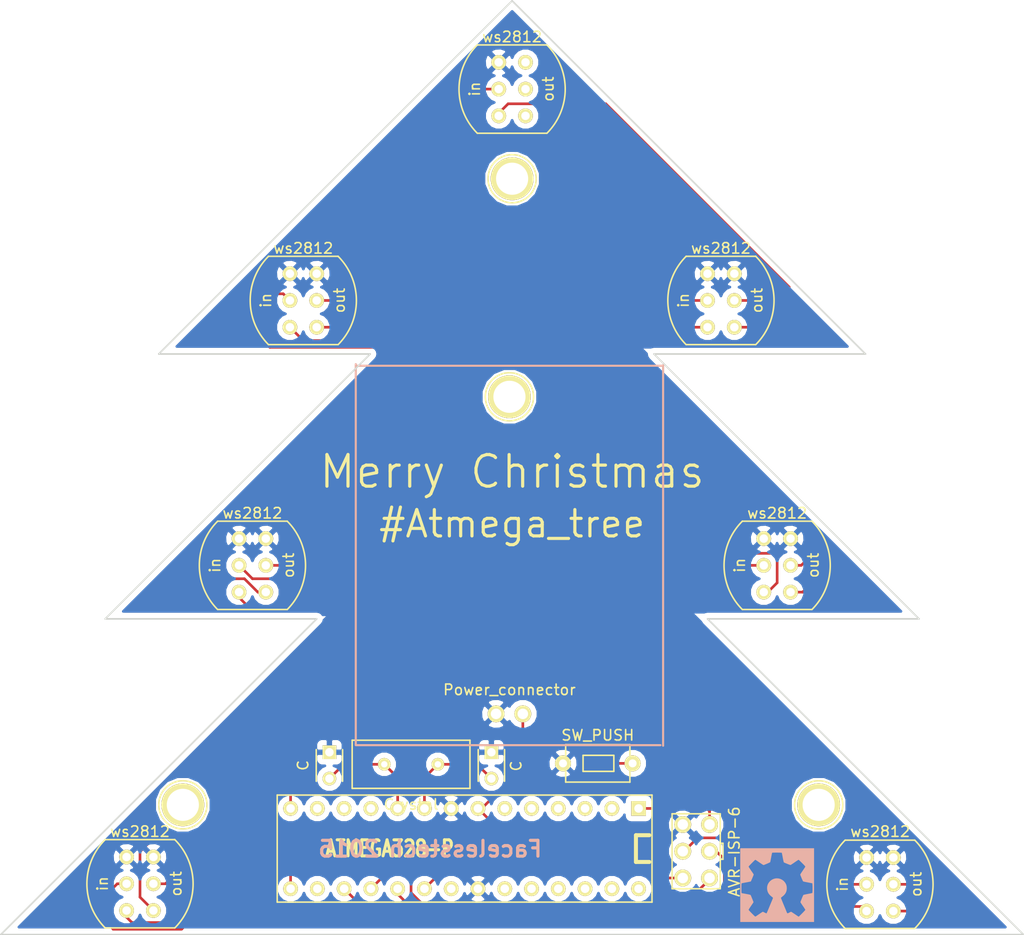
<source format=kicad_pcb>
(kicad_pcb (version 4) (host pcbnew 0.201510211816+6273~30~ubuntu15.04.1-product)

  (general
    (links 51)
    (no_connects 6)
    (area 88.824999 51.740999 186.003001 140.537001)
    (thickness 1.6)
    (drawings 20)
    (tracks 179)
    (zones 0)
    (modules 19)
    (nets 36)
  )

  (page A4)
  (layers
    (0 F.Cu signal)
    (31 B.Cu signal)
    (32 B.Adhes user)
    (33 F.Adhes user)
    (34 B.Paste user)
    (35 F.Paste user)
    (36 B.SilkS user)
    (37 F.SilkS user)
    (38 B.Mask user)
    (39 F.Mask user)
    (40 Dwgs.User user)
    (41 Cmts.User user)
    (42 Eco1.User user)
    (43 Eco2.User user)
    (44 Edge.Cuts user)
    (45 Margin user)
    (46 B.CrtYd user)
    (47 F.CrtYd user)
    (48 B.Fab user)
    (49 F.Fab user)
  )

  (setup
    (last_trace_width 0.25)
    (trace_clearance 0.2)
    (zone_clearance 0.508)
    (zone_45_only no)
    (trace_min 0.2)
    (segment_width 0.2)
    (edge_width 0.15)
    (via_size 0.6)
    (via_drill 0.4)
    (via_min_size 0.4)
    (via_min_drill 0.3)
    (uvia_size 0.3)
    (uvia_drill 0.1)
    (uvias_allowed no)
    (uvia_min_size 0.2)
    (uvia_min_drill 0.1)
    (pcb_text_width 0.3)
    (pcb_text_size 1.5 1.5)
    (mod_edge_width 0.15)
    (mod_text_size 1 1)
    (mod_text_width 0.15)
    (pad_size 1.524 1.524)
    (pad_drill 0.762)
    (pad_to_mask_clearance 0.2)
    (aux_axis_origin 0 0)
    (visible_elements FFFFFF7F)
    (pcbplotparams
      (layerselection 0x010f0_80000001)
      (usegerberextensions true)
      (excludeedgelayer true)
      (linewidth 0.100000)
      (plotframeref false)
      (viasonmask false)
      (mode 1)
      (useauxorigin false)
      (hpglpennumber 1)
      (hpglpenspeed 20)
      (hpglpendiameter 15)
      (hpglpenoverlay 2)
      (psnegative false)
      (psa4output false)
      (plotreference true)
      (plotvalue true)
      (plotinvisibletext false)
      (padsonsilk false)
      (subtractmaskfromsilk false)
      (outputformat 1)
      (mirror false)
      (drillshape 0)
      (scaleselection 1)
      (outputdirectory gerber/gerber2/))
  )

  (net 0 "")
  (net 1 GND)
  (net 2 "Net-(C1-Pad2)")
  (net 3 "Net-(C2-Pad2)")
  (net 4 VCC)
  (net 5 "Net-(CON1-Pad4)")
  (net 6 "Net-(CON1-Pad3)")
  (net 7 "Net-(CON1-Pad1)")
  (net 8 "Net-(CON1-Pad5)")
  (net 9 "Net-(IC1-Pad2)")
  (net 10 "Net-(IC1-Pad3)")
  (net 11 "Net-(IC1-Pad4)")
  (net 12 "Net-(IC1-Pad5)")
  (net 13 "Net-(IC1-Pad6)")
  (net 14 "Net-(IC1-Pad11)")
  (net 15 "Net-(IC1-Pad12)")
  (net 16 "Net-(IC1-Pad13)")
  (net 17 "Net-(IC1-Pad14)")
  (net 18 "Net-(IC1-Pad15)")
  (net 19 "Net-(IC1-Pad16)")
  (net 20 "Net-(IC1-Pad21)")
  (net 21 "Net-(IC1-Pad23)")
  (net 22 "Net-(IC1-Pad24)")
  (net 23 "Net-(IC1-Pad25)")
  (net 24 "Net-(IC1-Pad26)")
  (net 25 "Net-(IC1-Pad27)")
  (net 26 "Net-(IC1-Pad28)")
  (net 27 "Net-(U2-Pad5)")
  (net 28 "Net-(U3-Pad5)")
  (net 29 "Net-(U4-Pad5)")
  (net 30 "Net-(U5-Pad5)")
  (net 31 "Net-(U6-Pad2)")
  (net 32 "Net-(U6-Pad4)")
  (net 33 "Net-(U6-Pad5)")
  (net 34 "Net-(U6-Pad6)")
  (net 35 "Net-(U7-Pad5)")

  (net_class Default "This is the default net class."
    (clearance 0.2)
    (trace_width 0.25)
    (via_dia 0.6)
    (via_drill 0.4)
    (uvia_dia 0.3)
    (uvia_drill 0.1)
    (add_net GND)
    (add_net "Net-(C1-Pad2)")
    (add_net "Net-(C2-Pad2)")
    (add_net "Net-(CON1-Pad1)")
    (add_net "Net-(CON1-Pad3)")
    (add_net "Net-(CON1-Pad4)")
    (add_net "Net-(CON1-Pad5)")
    (add_net "Net-(IC1-Pad11)")
    (add_net "Net-(IC1-Pad12)")
    (add_net "Net-(IC1-Pad13)")
    (add_net "Net-(IC1-Pad14)")
    (add_net "Net-(IC1-Pad15)")
    (add_net "Net-(IC1-Pad16)")
    (add_net "Net-(IC1-Pad2)")
    (add_net "Net-(IC1-Pad21)")
    (add_net "Net-(IC1-Pad23)")
    (add_net "Net-(IC1-Pad24)")
    (add_net "Net-(IC1-Pad25)")
    (add_net "Net-(IC1-Pad26)")
    (add_net "Net-(IC1-Pad27)")
    (add_net "Net-(IC1-Pad28)")
    (add_net "Net-(IC1-Pad3)")
    (add_net "Net-(IC1-Pad4)")
    (add_net "Net-(IC1-Pad5)")
    (add_net "Net-(IC1-Pad6)")
    (add_net "Net-(U2-Pad5)")
    (add_net "Net-(U3-Pad5)")
    (add_net "Net-(U4-Pad5)")
    (add_net "Net-(U5-Pad5)")
    (add_net "Net-(U6-Pad2)")
    (add_net "Net-(U6-Pad4)")
    (add_net "Net-(U6-Pad5)")
    (add_net "Net-(U6-Pad6)")
    (add_net "Net-(U7-Pad5)")
    (add_net VCC)
  )

  (module Capacitors_ThroughHole:C_Disc_D3_P2.5 (layer F.Cu) (tedit 562BAC28) (tstamp 562782BC)
    (at 135.4455 123.1519 270)
    (descr "Capacitor 3mm Disc, Pitch 2.5mm")
    (tags Capacitor)
    (path /561E7BB3)
    (fp_text reference C1 (at 1.25 -2.5 270) (layer F.SilkS) hide
      (effects (font (size 1 1) (thickness 0.15)))
    )
    (fp_text value C (at 1.3081 -2.3495 270) (layer F.SilkS)
      (effects (font (size 1 1) (thickness 0.15)))
    )
    (fp_line (start -0.9 -1.5) (end 3.4 -1.5) (layer F.CrtYd) (width 0.05))
    (fp_line (start 3.4 -1.5) (end 3.4 1.5) (layer F.CrtYd) (width 0.05))
    (fp_line (start 3.4 1.5) (end -0.9 1.5) (layer F.CrtYd) (width 0.05))
    (fp_line (start -0.9 1.5) (end -0.9 -1.5) (layer F.CrtYd) (width 0.05))
    (fp_line (start -0.25 -1.25) (end 2.75 -1.25) (layer F.SilkS) (width 0.15))
    (fp_line (start 2.75 1.25) (end -0.25 1.25) (layer F.SilkS) (width 0.15))
    (pad 1 thru_hole rect (at 0 0 270) (size 1.3 1.3) (drill 0.8) (layers *.Cu *.Mask F.SilkS)
      (net 1 GND))
    (pad 2 thru_hole circle (at 2.5 0 270) (size 1.3 1.3) (drill 0.8001) (layers *.Cu *.Mask F.SilkS)
      (net 2 "Net-(C1-Pad2)"))
    (model Capacitors_ThroughHole.3dshapes/C_Disc_D3_P2.5.wrl
      (at (xyz 0.0492126 0 0))
      (scale (xyz 1 1 1))
      (rotate (xyz 0 0 0))
    )
  )

  (module Capacitors_ThroughHole:C_Disc_D3_P2.5 (layer F.Cu) (tedit 562BAC0F) (tstamp 562782C2)
    (at 120.0785 123.1519 270)
    (descr "Capacitor 3mm Disc, Pitch 2.5mm")
    (tags Capacitor)
    (path /561E7BF9)
    (fp_text reference C2 (at 1.25 -2.5 270) (layer F.SilkS) hide
      (effects (font (size 1 1) (thickness 0.15)))
    )
    (fp_text value C (at 1.25 2.5 270) (layer F.SilkS)
      (effects (font (size 1 1) (thickness 0.15)))
    )
    (fp_line (start -0.9 -1.5) (end 3.4 -1.5) (layer F.CrtYd) (width 0.05))
    (fp_line (start 3.4 -1.5) (end 3.4 1.5) (layer F.CrtYd) (width 0.05))
    (fp_line (start 3.4 1.5) (end -0.9 1.5) (layer F.CrtYd) (width 0.05))
    (fp_line (start -0.9 1.5) (end -0.9 -1.5) (layer F.CrtYd) (width 0.05))
    (fp_line (start -0.25 -1.25) (end 2.75 -1.25) (layer F.SilkS) (width 0.15))
    (fp_line (start 2.75 1.25) (end -0.25 1.25) (layer F.SilkS) (width 0.15))
    (pad 1 thru_hole rect (at 0 0 270) (size 1.3 1.3) (drill 0.8) (layers *.Cu *.Mask F.SilkS)
      (net 1 GND))
    (pad 2 thru_hole circle (at 2.5 0 270) (size 1.3 1.3) (drill 0.8001) (layers *.Cu *.Mask F.SilkS)
      (net 3 "Net-(C2-Pad2)"))
    (model Capacitors_ThroughHole.3dshapes/C_Disc_D3_P2.5.wrl
      (at (xyz 0.0492126 0 0))
      (scale (xyz 1 1 1))
      (rotate (xyz 0 0 0))
    )
  )

  (module IDC_6pin_small_custom:IDC_6pin_small_custom (layer F.Cu) (tedit 562BAC59) (tstamp 562782CC)
    (at 154.8765 132.5499 90)
    (path /561E7EE6)
    (fp_text reference CON1 (at 0 -3.683 90) (layer F.SilkS) hide
      (effects (font (size 1 1) (thickness 0.15)))
    )
    (fp_text value AVR-ISP-6 (at -0.0381 3.6195 90) (layer F.SilkS)
      (effects (font (size 1 1) (thickness 0.15)))
    )
    (fp_line (start -0.762 2.286) (end -0.762 2.54) (layer F.SilkS) (width 0.15))
    (fp_line (start -0.762 2.54) (end 0.762 2.54) (layer F.SilkS) (width 0.15))
    (fp_line (start 0.762 2.54) (end 0.762 2.286) (layer F.SilkS) (width 0.15))
    (fp_line (start 3.556 2.159) (end 3.556 2.286) (layer F.SilkS) (width 0.15))
    (fp_line (start 3.556 2.286) (end -3.556 2.286) (layer F.SilkS) (width 0.15))
    (fp_line (start -3.556 2.286) (end -3.556 -2.286) (layer F.SilkS) (width 0.15))
    (fp_line (start -3.556 -2.286) (end 3.556 -2.286) (layer F.SilkS) (width 0.15))
    (fp_line (start 3.556 -2.286) (end 3.556 2.159) (layer F.SilkS) (width 0.15))
    (pad 2 thru_hole circle (at -2.54 -1.27 90) (size 1.6 1.6) (drill 1) (layers *.Cu *.Mask F.SilkS)
      (net 4 VCC))
    (pad 4 thru_hole circle (at 0 -1.27 90) (size 1.6 1.6) (drill 1) (layers *.Cu *.Mask F.SilkS)
      (net 5 "Net-(CON1-Pad4)"))
    (pad 3 thru_hole circle (at 0 1.27 90) (size 1.6 1.6) (drill 1) (layers *.Cu *.Mask F.SilkS)
      (net 6 "Net-(CON1-Pad3)"))
    (pad 1 thru_hole circle (at -2.54 1.27 90) (size 1.6 1.6) (drill 1) (layers *.Cu *.Mask F.SilkS)
      (net 7 "Net-(CON1-Pad1)"))
    (pad 6 thru_hole circle (at 2.54 -1.27 90) (size 1.6 1.6) (drill 1) (layers *.Cu *.Mask F.SilkS)
      (net 1 GND))
    (pad 5 thru_hole circle (at 2.54 1.27 90) (size 1.6 1.6) (drill 1) (layers *.Cu *.Mask F.SilkS)
      (net 8 "Net-(CON1-Pad5)"))
  )

  (module power_connector_custom:Power_connector (layer F.Cu) (tedit 562BAC2B) (tstamp 562782D2)
    (at 137.16 119.507)
    (path /56277FA8)
    (fp_text reference U1 (at 0 2.032) (layer F.SilkS) hide
      (effects (font (size 1 1) (thickness 0.15)))
    )
    (fp_text value Power_connector (at 0 -2.286) (layer F.SilkS)
      (effects (font (size 1 1) (thickness 0.15)))
    )
    (pad 1 thru_hole circle (at -1.27 0) (size 1.6 1.6) (drill 1) (layers *.Cu *.Mask F.SilkS)
      (net 1 GND))
    (pad 2 thru_hole circle (at 1.27 0) (size 1.6 1.6) (drill 1) (layers *.Cu *.Mask F.SilkS)
      (net 4 VCC))
  )

  (module crystal_custom:Crystal_custom (layer F.Cu) (tedit 562BAD0F) (tstamp 562782D8)
    (at 127.8255 124.2949)
    (path /561E7B2D)
    (fp_text reference Y1 (at 0 -3.81) (layer F.SilkS) hide
      (effects (font (size 1 1) (thickness 0.15)))
    )
    (fp_text value Crystal (at 0 3.81) (layer F.SilkS)
      (effects (font (size 1 1) (thickness 0.15)))
    )
    (fp_line (start -5.588 -2.286) (end 5.588 -2.286) (layer F.SilkS) (width 0.15))
    (fp_line (start 5.588 -2.286) (end 5.588 2.286) (layer F.SilkS) (width 0.15))
    (fp_line (start 5.588 2.286) (end -5.588 2.286) (layer F.SilkS) (width 0.15))
    (fp_line (start -5.588 2.286) (end -5.588 -2.286) (layer F.SilkS) (width 0.15))
    (pad 1 thru_hole circle (at -2.54 0) (size 1.2 1.2) (drill 0.6) (layers *.Cu *.Mask F.SilkS)
      (net 3 "Net-(C2-Pad2)"))
    (pad 2 thru_hole circle (at 2.54 0) (size 1.2 1.2) (drill 0.6) (layers *.Cu *.Mask F.SilkS)
      (net 2 "Net-(C1-Pad2)"))
  )

  (module atmega328_socket:atmega328_socket (layer F.Cu) (tedit 562BAC3B) (tstamp 562783AE)
    (at 132.9055 132.2959 180)
    (descr "28 pins DIL package, round pads, width 300mil")
    (tags DIL)
    (path /561E7AB8)
    (fp_text reference IC1 (at -11.43 0 180) (layer F.SilkS) hide
      (effects (font (size 1.524 1.143) (thickness 0.28575)))
    )
    (fp_text value ATMEGA328-P (at 7.112 0 180) (layer F.SilkS)
      (effects (font (size 1.524 1.143) (thickness 0.28575)))
    )
    (fp_line (start -17.78 -5.08) (end 17.78 -5.08) (layer F.SilkS) (width 0.15))
    (fp_line (start 17.78 -5.08) (end 17.78 5.08) (layer F.SilkS) (width 0.15))
    (fp_line (start 17.78 5.08) (end -17.78 5.08) (layer F.SilkS) (width 0.15))
    (fp_line (start -17.78 5.08) (end -17.78 -5.08) (layer F.SilkS) (width 0.15))
    (fp_line (start -17.526 -1.27) (end -16.256 -1.27) (layer F.SilkS) (width 0.381))
    (fp_line (start -16.256 -1.27) (end -16.256 1.27) (layer F.SilkS) (width 0.381))
    (fp_line (start -16.256 1.27) (end -17.526 1.27) (layer F.SilkS) (width 0.381))
    (pad 2 thru_hole circle (at -13.97 3.81 180) (size 1.397 1.397) (drill 0.8128) (layers *.Cu *.Mask F.SilkS)
      (net 9 "Net-(IC1-Pad2)"))
    (pad 3 thru_hole circle (at -11.43 3.81 180) (size 1.397 1.397) (drill 0.8128) (layers *.Cu *.Mask F.SilkS)
      (net 10 "Net-(IC1-Pad3)"))
    (pad 4 thru_hole circle (at -8.89 3.81 180) (size 1.397 1.397) (drill 0.8128) (layers *.Cu *.Mask F.SilkS)
      (net 11 "Net-(IC1-Pad4)"))
    (pad 5 thru_hole circle (at -6.35 3.81 180) (size 1.397 1.397) (drill 0.8128) (layers *.Cu *.Mask F.SilkS)
      (net 12 "Net-(IC1-Pad5)"))
    (pad 6 thru_hole circle (at -3.81 3.81 180) (size 1.397 1.397) (drill 0.8128) (layers *.Cu *.Mask F.SilkS)
      (net 13 "Net-(IC1-Pad6)"))
    (pad 7 thru_hole circle (at -1.27 3.81 180) (size 1.397 1.397) (drill 0.8128) (layers *.Cu *.Mask F.SilkS)
      (net 4 VCC))
    (pad 8 thru_hole circle (at 1.27 3.81 180) (size 1.397 1.397) (drill 0.8128) (layers *.Cu *.Mask F.SilkS)
      (net 1 GND))
    (pad 9 thru_hole circle (at 3.81 3.81 180) (size 1.397 1.397) (drill 0.8128) (layers *.Cu *.Mask F.SilkS)
      (net 2 "Net-(C1-Pad2)"))
    (pad 10 thru_hole circle (at 6.35 3.81 180) (size 1.397 1.397) (drill 0.8128) (layers *.Cu *.Mask F.SilkS)
      (net 3 "Net-(C2-Pad2)"))
    (pad 11 thru_hole circle (at 8.89 3.81 180) (size 1.397 1.397) (drill 0.8128) (layers *.Cu *.Mask F.SilkS)
      (net 14 "Net-(IC1-Pad11)"))
    (pad 12 thru_hole circle (at 11.43 3.81 180) (size 1.397 1.397) (drill 0.8128) (layers *.Cu *.Mask F.SilkS)
      (net 15 "Net-(IC1-Pad12)"))
    (pad 13 thru_hole circle (at 13.97 3.81 180) (size 1.397 1.397) (drill 0.8128) (layers *.Cu *.Mask F.SilkS)
      (net 16 "Net-(IC1-Pad13)"))
    (pad 14 thru_hole circle (at 16.51 3.81 180) (size 1.397 1.397) (drill 0.8128) (layers *.Cu *.Mask F.SilkS)
      (net 17 "Net-(IC1-Pad14)"))
    (pad 1 thru_hole rect (at -16.51 3.81 180) (size 1.397 1.397) (drill 0.8128) (layers *.Cu *.Mask F.SilkS)
      (net 8 "Net-(CON1-Pad5)"))
    (pad 15 thru_hole circle (at 16.51 -3.81 180) (size 1.397 1.397) (drill 0.8128) (layers *.Cu *.Mask F.SilkS)
      (net 18 "Net-(IC1-Pad15)"))
    (pad 16 thru_hole circle (at 13.97 -3.81 180) (size 1.397 1.397) (drill 0.8128) (layers *.Cu *.Mask F.SilkS)
      (net 19 "Net-(IC1-Pad16)"))
    (pad 17 thru_hole circle (at 11.43 -3.81 180) (size 1.397 1.397) (drill 0.8128) (layers *.Cu *.Mask F.SilkS)
      (net 5 "Net-(CON1-Pad4)"))
    (pad 18 thru_hole circle (at 8.89 -3.81 180) (size 1.397 1.397) (drill 0.8128) (layers *.Cu *.Mask F.SilkS)
      (net 7 "Net-(CON1-Pad1)"))
    (pad 19 thru_hole circle (at 6.35 -3.81 180) (size 1.397 1.397) (drill 0.8128) (layers *.Cu *.Mask F.SilkS)
      (net 6 "Net-(CON1-Pad3)"))
    (pad 20 thru_hole circle (at 3.81 -3.81 180) (size 1.397 1.397) (drill 0.8128) (layers *.Cu *.Mask F.SilkS)
      (net 4 VCC))
    (pad 21 thru_hole circle (at 1.27 -3.81 180) (size 1.397 1.397) (drill 0.8128) (layers *.Cu *.Mask F.SilkS)
      (net 20 "Net-(IC1-Pad21)"))
    (pad 22 thru_hole circle (at -1.27 -3.81 180) (size 1.397 1.397) (drill 0.8128) (layers *.Cu *.Mask F.SilkS)
      (net 1 GND))
    (pad 23 thru_hole circle (at -3.81 -3.81 180) (size 1.397 1.397) (drill 0.8128) (layers *.Cu *.Mask F.SilkS)
      (net 21 "Net-(IC1-Pad23)"))
    (pad 24 thru_hole circle (at -6.35 -3.81 180) (size 1.397 1.397) (drill 0.8128) (layers *.Cu *.Mask F.SilkS)
      (net 22 "Net-(IC1-Pad24)"))
    (pad 25 thru_hole circle (at -8.89 -3.81 180) (size 1.397 1.397) (drill 0.8128) (layers *.Cu *.Mask F.SilkS)
      (net 23 "Net-(IC1-Pad25)"))
    (pad 26 thru_hole circle (at -11.43 -3.81 180) (size 1.397 1.397) (drill 0.8128) (layers *.Cu *.Mask F.SilkS)
      (net 24 "Net-(IC1-Pad26)"))
    (pad 27 thru_hole circle (at -13.97 -3.81 180) (size 1.397 1.397) (drill 0.8128) (layers *.Cu *.Mask F.SilkS)
      (net 25 "Net-(IC1-Pad27)"))
    (pad 28 thru_hole circle (at -16.51 -3.81 180) (size 1.397 1.397) (drill 0.8128) (layers *.Cu *.Mask F.SilkS)
      (net 26 "Net-(IC1-Pad28)"))
    (model dil/dil_28-w300.wrl
      (at (xyz 0 0 0))
      (scale (xyz 1 1 1))
      (rotate (xyz 0 0 0))
    )
  )

  (module button_slim_custom:button_slim_custom (layer F.Cu) (tedit 562BABFB) (tstamp 5627B837)
    (at 145.542 124.206 180)
    (path /561E7DFC)
    (fp_text reference SW1 (at 0 3.302 180) (layer F.SilkS) hide
      (effects (font (size 1 1) (thickness 0.15)))
    )
    (fp_text value SW_PUSH (at 0 2.667 180) (layer F.SilkS)
      (effects (font (size 1 1) (thickness 0.15)))
    )
    (fp_line (start -1.524 0.762) (end 1.397 0.762) (layer F.SilkS) (width 0.15))
    (fp_line (start -1.524 -0.762) (end 1.397 -0.762) (layer F.SilkS) (width 0.15))
    (fp_line (start 1.397 -0.762) (end 1.397 0.762) (layer F.SilkS) (width 0.15))
    (fp_line (start -1.524 0.762) (end -1.524 -0.762) (layer F.SilkS) (width 0.15))
    (fp_line (start -3.048 0.762) (end -3.048 1.778) (layer F.SilkS) (width 0.15))
    (fp_line (start -3.048 1.778) (end 3.048 1.778) (layer F.SilkS) (width 0.15))
    (fp_line (start 3.048 1.778) (end 3.048 0.762) (layer F.SilkS) (width 0.15))
    (fp_line (start -3.048 -1.778) (end -3.048 -0.762) (layer F.SilkS) (width 0.15))
    (fp_line (start -3.048 -1.778) (end 3.048 -1.778) (layer F.SilkS) (width 0.15))
    (fp_line (start 3.048 -1.778) (end 3.048 -0.762) (layer F.SilkS) (width 0.15))
    (pad 1 thru_hole circle (at -3.302 0 180) (size 1.524 1.524) (drill 0.762) (layers *.Cu *.Mask F.SilkS)
      (net 17 "Net-(IC1-Pad14)"))
    (pad 2 thru_hole circle (at 3.302 0 180) (size 1.524 1.524) (drill 0.762) (layers *.Cu *.Mask F.SilkS)
      (net 1 GND))
  )

  (module ws2812_custom:ws2812_custom (layer F.Cu) (tedit 562BAC89) (tstamp 5627BB85)
    (at 102.108 135.636)
    (path /562782AA)
    (fp_text reference U3 (at 0 5.842) (layer F.SilkS) hide
      (effects (font (size 1 1) (thickness 0.15)))
    )
    (fp_text value ws2812 (at 0 -4.953) (layer F.SilkS)
      (effects (font (size 1 1) (thickness 0.15)))
    )
    (fp_text user out (at 3.429 0 90) (layer F.SilkS)
      (effects (font (size 1 1) (thickness 0.15)))
    )
    (fp_text user in (at -3.556 0 90) (layer F.SilkS)
      (effects (font (size 1 1) (thickness 0.15)))
    )
    (fp_line (start -3.302 4.191) (end 3.302 4.191) (layer F.SilkS) (width 0.15))
    (fp_line (start -3.302 -4.191) (end 3.302 -4.191) (layer F.SilkS) (width 0.15))
    (fp_arc (start 0.889 0) (end -3.302 4.191) (angle 90) (layer F.SilkS) (width 0.15))
    (fp_arc (start -0.889 0) (end 3.302 -4.191) (angle 90) (layer F.SilkS) (width 0.15))
    (pad 1 thru_hole circle (at -1.27 -2.54) (size 1.4 1.4) (drill 0.8) (layers *.Cu *.Mask F.SilkS)
      (net 1 GND))
    (pad 2 thru_hole circle (at -1.27 0) (size 1.4 1.4) (drill 0.8) (layers *.Cu *.Mask F.SilkS)
      (net 27 "Net-(U2-Pad5)"))
    (pad 3 thru_hole circle (at -1.27 2.54) (size 1.4 1.4) (drill 0.8) (layers *.Cu *.Mask F.SilkS)
      (net 4 VCC))
    (pad 4 thru_hole circle (at 1.27 -2.54) (size 1.4 1.4) (drill 0.8) (layers *.Cu *.Mask F.SilkS)
      (net 1 GND))
    (pad 5 thru_hole circle (at 1.27 0) (size 1.4 1.4) (drill 0.8) (layers *.Cu *.Mask F.SilkS)
      (net 28 "Net-(U3-Pad5)"))
    (pad 6 thru_hole circle (at 1.27 2.54) (size 1.4 1.4) (drill 0.8) (layers *.Cu *.Mask F.SilkS)
      (net 4 VCC))
  )

  (module ws2812_custom:ws2812_custom (layer F.Cu) (tedit 562BACA4) (tstamp 5627BB95)
    (at 112.776 105.41)
    (path /56278397)
    (fp_text reference U4 (at 0 5.842) (layer F.SilkS) hide
      (effects (font (size 1 1) (thickness 0.15)))
    )
    (fp_text value ws2812 (at 0 -4.953) (layer F.SilkS)
      (effects (font (size 1 1) (thickness 0.15)))
    )
    (fp_text user out (at 3.429 0 90) (layer F.SilkS)
      (effects (font (size 1 1) (thickness 0.15)))
    )
    (fp_text user in (at -3.556 0 90) (layer F.SilkS)
      (effects (font (size 1 1) (thickness 0.15)))
    )
    (fp_line (start -3.302 4.191) (end 3.302 4.191) (layer F.SilkS) (width 0.15))
    (fp_line (start -3.302 -4.191) (end 3.302 -4.191) (layer F.SilkS) (width 0.15))
    (fp_arc (start 0.889 0) (end -3.302 4.191) (angle 90) (layer F.SilkS) (width 0.15))
    (fp_arc (start -0.889 0) (end 3.302 -4.191) (angle 90) (layer F.SilkS) (width 0.15))
    (pad 1 thru_hole circle (at -1.27 -2.54) (size 1.4 1.4) (drill 0.8) (layers *.Cu *.Mask F.SilkS)
      (net 1 GND))
    (pad 2 thru_hole circle (at -1.27 0) (size 1.4 1.4) (drill 0.8) (layers *.Cu *.Mask F.SilkS)
      (net 28 "Net-(U3-Pad5)"))
    (pad 3 thru_hole circle (at -1.27 2.54) (size 1.4 1.4) (drill 0.8) (layers *.Cu *.Mask F.SilkS)
      (net 4 VCC))
    (pad 4 thru_hole circle (at 1.27 -2.54) (size 1.4 1.4) (drill 0.8) (layers *.Cu *.Mask F.SilkS)
      (net 1 GND))
    (pad 5 thru_hole circle (at 1.27 0) (size 1.4 1.4) (drill 0.8) (layers *.Cu *.Mask F.SilkS)
      (net 29 "Net-(U4-Pad5)"))
    (pad 6 thru_hole circle (at 1.27 2.54) (size 1.4 1.4) (drill 0.8) (layers *.Cu *.Mask F.SilkS)
      (net 4 VCC))
  )

  (module ws2812_custom:ws2812_custom (layer F.Cu) (tedit 562BACBB) (tstamp 5627BBA5)
    (at 162.56 105.41)
    (path /5627849D)
    (fp_text reference U5 (at 0 5.842) (layer F.SilkS) hide
      (effects (font (size 1 1) (thickness 0.15)))
    )
    (fp_text value ws2812 (at 0 -4.953) (layer F.SilkS)
      (effects (font (size 1 1) (thickness 0.15)))
    )
    (fp_text user out (at 3.429 0 90) (layer F.SilkS)
      (effects (font (size 1 1) (thickness 0.15)))
    )
    (fp_text user in (at -3.556 0 90) (layer F.SilkS)
      (effects (font (size 1 1) (thickness 0.15)))
    )
    (fp_line (start -3.302 4.191) (end 3.302 4.191) (layer F.SilkS) (width 0.15))
    (fp_line (start -3.302 -4.191) (end 3.302 -4.191) (layer F.SilkS) (width 0.15))
    (fp_arc (start 0.889 0) (end -3.302 4.191) (angle 90) (layer F.SilkS) (width 0.15))
    (fp_arc (start -0.889 0) (end 3.302 -4.191) (angle 90) (layer F.SilkS) (width 0.15))
    (pad 1 thru_hole circle (at -1.27 -2.54) (size 1.4 1.4) (drill 0.8) (layers *.Cu *.Mask F.SilkS)
      (net 1 GND))
    (pad 2 thru_hole circle (at -1.27 0) (size 1.4 1.4) (drill 0.8) (layers *.Cu *.Mask F.SilkS)
      (net 29 "Net-(U4-Pad5)"))
    (pad 3 thru_hole circle (at -1.27 2.54) (size 1.4 1.4) (drill 0.8) (layers *.Cu *.Mask F.SilkS)
      (net 4 VCC))
    (pad 4 thru_hole circle (at 1.27 -2.54) (size 1.4 1.4) (drill 0.8) (layers *.Cu *.Mask F.SilkS)
      (net 1 GND))
    (pad 5 thru_hole circle (at 1.27 0) (size 1.4 1.4) (drill 0.8) (layers *.Cu *.Mask F.SilkS)
      (net 30 "Net-(U5-Pad5)"))
    (pad 6 thru_hole circle (at 1.27 2.54) (size 1.4 1.4) (drill 0.8) (layers *.Cu *.Mask F.SilkS)
      (net 4 VCC))
  )

  (module ws2812_custom:ws2812_custom (layer F.Cu) (tedit 562BACF8) (tstamp 5627BBB5)
    (at 137.414 60.198)
    (path /562786D5)
    (fp_text reference U6 (at 0 5.842) (layer F.SilkS) hide
      (effects (font (size 1 1) (thickness 0.15)))
    )
    (fp_text value ws2812 (at 0 -4.953) (layer F.SilkS)
      (effects (font (size 1 1) (thickness 0.15)))
    )
    (fp_text user out (at 3.429 0 90) (layer F.SilkS)
      (effects (font (size 1 1) (thickness 0.15)))
    )
    (fp_text user in (at -3.556 0 90) (layer F.SilkS)
      (effects (font (size 1 1) (thickness 0.15)))
    )
    (fp_line (start -3.302 4.191) (end 3.302 4.191) (layer F.SilkS) (width 0.15))
    (fp_line (start -3.302 -4.191) (end 3.302 -4.191) (layer F.SilkS) (width 0.15))
    (fp_arc (start 0.889 0) (end -3.302 4.191) (angle 90) (layer F.SilkS) (width 0.15))
    (fp_arc (start -0.889 0) (end 3.302 -4.191) (angle 90) (layer F.SilkS) (width 0.15))
    (pad 1 thru_hole circle (at -1.27 -2.54) (size 1.4 1.4) (drill 0.8) (layers *.Cu *.Mask F.SilkS)
      (net 1 GND))
    (pad 2 thru_hole circle (at -1.27 0) (size 1.4 1.4) (drill 0.8) (layers *.Cu *.Mask F.SilkS)
      (net 31 "Net-(U6-Pad2)"))
    (pad 3 thru_hole circle (at -1.27 2.54) (size 1.4 1.4) (drill 0.8) (layers *.Cu *.Mask F.SilkS)
      (net 4 VCC))
    (pad 4 thru_hole circle (at 1.27 -2.54) (size 1.4 1.4) (drill 0.8) (layers *.Cu *.Mask F.SilkS)
      (net 32 "Net-(U6-Pad4)"))
    (pad 5 thru_hole circle (at 1.27 0) (size 1.4 1.4) (drill 0.8) (layers *.Cu *.Mask F.SilkS)
      (net 33 "Net-(U6-Pad5)"))
    (pad 6 thru_hole circle (at 1.27 2.54) (size 1.4 1.4) (drill 0.8) (layers *.Cu *.Mask F.SilkS)
      (net 34 "Net-(U6-Pad6)"))
  )

  (module ws2812_custom:ws2812_custom (layer F.Cu) (tedit 562BACE2) (tstamp 5627BBC5)
    (at 117.602 80.264)
    (path /562784FB)
    (fp_text reference U7 (at 0 5.842) (layer F.SilkS) hide
      (effects (font (size 1 1) (thickness 0.15)))
    )
    (fp_text value ws2812 (at 0 -4.953) (layer F.SilkS)
      (effects (font (size 1 1) (thickness 0.15)))
    )
    (fp_text user out (at 3.429 0 90) (layer F.SilkS)
      (effects (font (size 1 1) (thickness 0.15)))
    )
    (fp_text user in (at -3.556 0 90) (layer F.SilkS)
      (effects (font (size 1 1) (thickness 0.15)))
    )
    (fp_line (start -3.302 4.191) (end 3.302 4.191) (layer F.SilkS) (width 0.15))
    (fp_line (start -3.302 -4.191) (end 3.302 -4.191) (layer F.SilkS) (width 0.15))
    (fp_arc (start 0.889 0) (end -3.302 4.191) (angle 90) (layer F.SilkS) (width 0.15))
    (fp_arc (start -0.889 0) (end 3.302 -4.191) (angle 90) (layer F.SilkS) (width 0.15))
    (pad 1 thru_hole circle (at -1.27 -2.54) (size 1.4 1.4) (drill 0.8) (layers *.Cu *.Mask F.SilkS)
      (net 1 GND))
    (pad 2 thru_hole circle (at -1.27 0) (size 1.4 1.4) (drill 0.8) (layers *.Cu *.Mask F.SilkS)
      (net 30 "Net-(U5-Pad5)"))
    (pad 3 thru_hole circle (at -1.27 2.54) (size 1.4 1.4) (drill 0.8) (layers *.Cu *.Mask F.SilkS)
      (net 4 VCC))
    (pad 4 thru_hole circle (at 1.27 -2.54) (size 1.4 1.4) (drill 0.8) (layers *.Cu *.Mask F.SilkS)
      (net 1 GND))
    (pad 5 thru_hole circle (at 1.27 0) (size 1.4 1.4) (drill 0.8) (layers *.Cu *.Mask F.SilkS)
      (net 35 "Net-(U7-Pad5)"))
    (pad 6 thru_hole circle (at 1.27 2.54) (size 1.4 1.4) (drill 0.8) (layers *.Cu *.Mask F.SilkS)
      (net 4 VCC))
  )

  (module ws2812_custom:ws2812_custom (layer F.Cu) (tedit 562BACD7) (tstamp 5627BBD5)
    (at 157.226 80.264)
    (path /56278661)
    (fp_text reference U8 (at 0 5.842) (layer F.SilkS) hide
      (effects (font (size 1 1) (thickness 0.15)))
    )
    (fp_text value ws2812 (at 0 -4.953) (layer F.SilkS)
      (effects (font (size 1 1) (thickness 0.15)))
    )
    (fp_text user out (at 3.429 0 90) (layer F.SilkS)
      (effects (font (size 1 1) (thickness 0.15)))
    )
    (fp_text user in (at -3.556 0 90) (layer F.SilkS)
      (effects (font (size 1 1) (thickness 0.15)))
    )
    (fp_line (start -3.302 4.191) (end 3.302 4.191) (layer F.SilkS) (width 0.15))
    (fp_line (start -3.302 -4.191) (end 3.302 -4.191) (layer F.SilkS) (width 0.15))
    (fp_arc (start 0.889 0) (end -3.302 4.191) (angle 90) (layer F.SilkS) (width 0.15))
    (fp_arc (start -0.889 0) (end 3.302 -4.191) (angle 90) (layer F.SilkS) (width 0.15))
    (pad 1 thru_hole circle (at -1.27 -2.54) (size 1.4 1.4) (drill 0.8) (layers *.Cu *.Mask F.SilkS)
      (net 1 GND))
    (pad 2 thru_hole circle (at -1.27 0) (size 1.4 1.4) (drill 0.8) (layers *.Cu *.Mask F.SilkS)
      (net 35 "Net-(U7-Pad5)"))
    (pad 3 thru_hole circle (at -1.27 2.54) (size 1.4 1.4) (drill 0.8) (layers *.Cu *.Mask F.SilkS)
      (net 4 VCC))
    (pad 4 thru_hole circle (at 1.27 -2.54) (size 1.4 1.4) (drill 0.8) (layers *.Cu *.Mask F.SilkS)
      (net 1 GND))
    (pad 5 thru_hole circle (at 1.27 0) (size 1.4 1.4) (drill 0.8) (layers *.Cu *.Mask F.SilkS)
      (net 31 "Net-(U6-Pad2)"))
    (pad 6 thru_hole circle (at 1.27 2.54) (size 1.4 1.4) (drill 0.8) (layers *.Cu *.Mask F.SilkS)
      (net 4 VCC))
  )

  (module ws2812_custom:ws2812_custom (layer F.Cu) (tedit 562BAC7D) (tstamp 5627BC7C)
    (at 172.3136 135.6868)
    (path /5627BB29)
    (fp_text reference U2 (at 0 5.842) (layer F.SilkS) hide
      (effects (font (size 1 1) (thickness 0.15)))
    )
    (fp_text value ws2812 (at 0.0254 -5.0038) (layer F.SilkS)
      (effects (font (size 1 1) (thickness 0.15)))
    )
    (fp_text user out (at 3.429 0 90) (layer F.SilkS)
      (effects (font (size 1 1) (thickness 0.15)))
    )
    (fp_text user in (at -3.556 0 90) (layer F.SilkS)
      (effects (font (size 1 1) (thickness 0.15)))
    )
    (fp_line (start -3.302 4.191) (end 3.302 4.191) (layer F.SilkS) (width 0.15))
    (fp_line (start -3.302 -4.191) (end 3.302 -4.191) (layer F.SilkS) (width 0.15))
    (fp_arc (start 0.889 0) (end -3.302 4.191) (angle 90) (layer F.SilkS) (width 0.15))
    (fp_arc (start -0.889 0) (end 3.302 -4.191) (angle 90) (layer F.SilkS) (width 0.15))
    (pad 1 thru_hole circle (at -1.27 -2.54) (size 1.4 1.4) (drill 0.8) (layers *.Cu *.Mask F.SilkS)
      (net 1 GND))
    (pad 2 thru_hole circle (at -1.27 0) (size 1.4 1.4) (drill 0.8) (layers *.Cu *.Mask F.SilkS)
      (net 18 "Net-(IC1-Pad15)"))
    (pad 3 thru_hole circle (at -1.27 2.54) (size 1.4 1.4) (drill 0.8) (layers *.Cu *.Mask F.SilkS)
      (net 4 VCC))
    (pad 4 thru_hole circle (at 1.27 -2.54) (size 1.4 1.4) (drill 0.8) (layers *.Cu *.Mask F.SilkS)
      (net 1 GND))
    (pad 5 thru_hole circle (at 1.27 0) (size 1.4 1.4) (drill 0.8) (layers *.Cu *.Mask F.SilkS)
      (net 27 "Net-(U2-Pad5)"))
    (pad 6 thru_hole circle (at 1.27 2.54) (size 1.4 1.4) (drill 0.8) (layers *.Cu *.Mask F.SilkS)
      (net 4 VCC))
  )

  (module Connect:1pin (layer F.Cu) (tedit 562BACC9) (tstamp 5627BDFE)
    (at 137.16 89.408)
    (descr "module 1 pin (ou trou mecanique de percage)")
    (tags DEV)
    (fp_text reference REF** (at 0 -3.048) (layer F.SilkS) hide
      (effects (font (size 1 1) (thickness 0.15)))
    )
    (fp_text value 1pin (at 0 2.794) (layer F.Fab) hide
      (effects (font (size 1 1) (thickness 0.15)))
    )
    (fp_circle (center 0 0) (end 0 -2.286) (layer F.SilkS) (width 0.15))
    (pad 1 thru_hole circle (at 0 0) (size 4.064 4.064) (drill 3.048) (layers *.Cu *.Mask F.SilkS))
  )

  (module OSH_final_silks_back:OSH_final_silks_back (layer F.Cu) (tedit 0) (tstamp 562B8F5C)
    (at 162.56 135.763)
    (fp_text reference VAL (at 0 0) (layer F.SilkS) hide
      (effects (font (size 1.143 1.143) (thickness 0.1778)))
    )
    (fp_text value OSH_final_silks_back (at 0 0) (layer F.SilkS) hide
      (effects (font (size 1.143 1.143) (thickness 0.1778)))
    )
    (fp_poly (pts (xy -3.50012 3.50012) (xy -3.3909 3.50012) (xy -3.3909 0.4318) (xy -3.3909 0.29464)
      (xy -3.3909 0.14986) (xy -3.3909 0.0381) (xy -3.38836 -0.04572) (xy -3.38582 -0.10414)
      (xy -3.38074 -0.14224) (xy -3.37566 -0.1651) (xy -3.36804 -0.17272) (xy -3.34264 -0.1778)
      (xy -3.2893 -0.1905) (xy -3.21056 -0.20574) (xy -3.1115 -0.22606) (xy -2.99974 -0.24638)
      (xy -2.92608 -0.25908) (xy -2.80924 -0.28194) (xy -2.70256 -0.30226) (xy -2.61366 -0.32004)
      (xy -2.54762 -0.33528) (xy -2.50952 -0.3429) (xy -2.49936 -0.34798) (xy -2.4892 -0.3683)
      (xy -2.46634 -0.41656) (xy -2.43586 -0.48514) (xy -2.4003 -0.56642) (xy -2.3622 -0.65532)
      (xy -2.3241 -0.74676) (xy -2.28854 -0.83312) (xy -2.25806 -0.90678) (xy -2.23774 -0.96266)
      (xy -2.22504 -0.99568) (xy -2.22504 -0.99822) (xy -2.2352 -1.02362) (xy -2.2606 -1.07188)
      (xy -2.30124 -1.13284) (xy -2.33934 -1.19126) (xy -2.4511 -1.34874) (xy -2.54 -1.48082)
      (xy -2.60858 -1.58496) (xy -2.65938 -1.6637) (xy -2.6924 -1.71958) (xy -2.70764 -1.7526)
      (xy -2.71018 -1.75768) (xy -2.69748 -1.778) (xy -2.66446 -1.81864) (xy -2.61366 -1.87452)
      (xy -2.54762 -1.9431) (xy -2.4765 -2.0193) (xy -2.39776 -2.09804) (xy -2.31902 -2.17678)
      (xy -2.24536 -2.25044) (xy -2.17932 -2.31394) (xy -2.12598 -2.36474) (xy -2.08788 -2.39522)
      (xy -2.07264 -2.40538) (xy -2.05232 -2.39522) (xy -2.0066 -2.36728) (xy -1.94056 -2.32664)
      (xy -1.85928 -2.27076) (xy -1.76276 -2.20726) (xy -1.68656 -2.15392) (xy -1.58242 -2.08534)
      (xy -1.49098 -2.02184) (xy -1.41224 -1.97104) (xy -1.35128 -1.93294) (xy -1.31064 -1.91008)
      (xy -1.29794 -1.90246) (xy -1.27254 -1.91008) (xy -1.2192 -1.92786) (xy -1.14808 -1.9558)
      (xy -1.06426 -1.99136) (xy -0.97282 -2.02692) (xy -0.88392 -2.06756) (xy -0.80264 -2.10312)
      (xy -0.73406 -2.13614) (xy -0.6858 -2.159) (xy -0.66294 -2.17424) (xy -0.66294 -2.17424)
      (xy -0.65532 -2.19964) (xy -0.64262 -2.25298) (xy -0.62738 -2.33172) (xy -0.60706 -2.43078)
      (xy -0.58674 -2.54254) (xy -0.57404 -2.6035) (xy -0.55372 -2.72034) (xy -0.53086 -2.82956)
      (xy -0.51308 -2.921) (xy -0.49784 -2.99212) (xy -0.48768 -3.03784) (xy -0.48514 -3.048)
      (xy -0.47752 -3.0607) (xy -0.4699 -3.06832) (xy -0.45212 -3.07594) (xy -0.42418 -3.08102)
      (xy -0.381 -3.08356) (xy -0.3175 -3.0861) (xy -0.2286 -3.0861) (xy -0.11176 -3.08864)
      (xy -0.02032 -3.08864) (xy 0.10922 -3.0861) (xy 0.22352 -3.0861) (xy 0.3175 -3.08102)
      (xy 0.38862 -3.07848) (xy 0.42926 -3.0734) (xy 0.43942 -3.07086) (xy 0.4445 -3.05054)
      (xy 0.4572 -2.9972) (xy 0.47244 -2.921) (xy 0.49276 -2.82194) (xy 0.51308 -2.71018)
      (xy 0.53086 -2.6162) (xy 0.55372 -2.49682) (xy 0.57658 -2.38506) (xy 0.5969 -2.29108)
      (xy 0.61468 -2.21996) (xy 0.62738 -2.17424) (xy 0.635 -2.16154) (xy 0.6604 -2.14376)
      (xy 0.7112 -2.1209) (xy 0.78232 -2.09042) (xy 0.86614 -2.05486) (xy 0.95758 -2.0193)
      (xy 1.04648 -1.98374) (xy 1.1303 -1.95072) (xy 1.20142 -1.92786) (xy 1.25222 -1.91262)
      (xy 1.27508 -1.90754) (xy 1.2954 -1.92024) (xy 1.34366 -1.95072) (xy 1.4097 -1.9939)
      (xy 1.49352 -2.04978) (xy 1.59004 -2.11328) (xy 1.65608 -2.16154) (xy 1.75768 -2.23012)
      (xy 1.84658 -2.29108) (xy 1.92532 -2.34188) (xy 1.98628 -2.37998) (xy 2.02184 -2.4003)
      (xy 2.032 -2.40538) (xy 2.05232 -2.39268) (xy 2.09296 -2.35966) (xy 2.14884 -2.30632)
      (xy 2.21996 -2.23774) (xy 2.30378 -2.15646) (xy 2.36728 -2.09296) (xy 2.47142 -1.98882)
      (xy 2.5527 -1.905) (xy 2.61112 -1.8415) (xy 2.64668 -1.79578) (xy 2.667 -1.7653)
      (xy 2.66954 -1.74752) (xy 2.65684 -1.72466) (xy 2.6289 -1.6764) (xy 2.58318 -1.60528)
      (xy 2.5273 -1.52146) (xy 2.4638 -1.42748) (xy 2.4257 -1.3716) (xy 2.35966 -1.27254)
      (xy 2.2987 -1.1811) (xy 2.2479 -1.10236) (xy 2.21234 -1.04394) (xy 2.19202 -1.00584)
      (xy 2.18948 -0.99568) (xy 2.1971 -0.97028) (xy 2.21488 -0.91948) (xy 2.24282 -0.84836)
      (xy 2.27838 -0.76454) (xy 2.31394 -0.6731) (xy 2.35204 -0.58166) (xy 2.39014 -0.50038)
      (xy 2.42062 -0.42926) (xy 2.44602 -0.37846) (xy 2.45872 -0.35306) (xy 2.45872 -0.35306)
      (xy 2.48158 -0.34544) (xy 2.53238 -0.33274) (xy 2.60858 -0.31496) (xy 2.7051 -0.29464)
      (xy 2.81686 -0.27432) (xy 2.89052 -0.25908) (xy 3.0099 -0.23622) (xy 3.11658 -0.2159)
      (xy 3.20802 -0.19812) (xy 3.27914 -0.18542) (xy 3.32232 -0.17526) (xy 3.33248 -0.17272)
      (xy 3.3401 -0.1524) (xy 3.34772 -0.1016) (xy 3.35026 -0.02794) (xy 3.35534 0.0635)
      (xy 3.35788 0.17018) (xy 3.35788 0.2794) (xy 3.35788 0.39116) (xy 3.35788 0.49784)
      (xy 3.3528 0.59182) (xy 3.34772 0.67056) (xy 3.34264 0.7239) (xy 3.33502 0.7493)
      (xy 3.33502 0.7493) (xy 3.30962 0.75692) (xy 3.25628 0.76962) (xy 3.18008 0.7874)
      (xy 3.08102 0.80772) (xy 2.96926 0.82804) (xy 2.9083 0.84074) (xy 2.794 0.86106)
      (xy 2.68732 0.88392) (xy 2.59842 0.90424) (xy 2.53238 0.91948) (xy 2.49174 0.93218)
      (xy 2.48412 0.93726) (xy 2.47142 0.96012) (xy 2.44856 1.01092) (xy 2.41808 1.08204)
      (xy 2.37998 1.16586) (xy 2.34442 1.25984) (xy 2.30632 1.35382) (xy 2.27076 1.44272)
      (xy 2.24028 1.51892) (xy 2.21996 1.57988) (xy 2.2098 1.61544) (xy 2.20726 1.62052)
      (xy 2.21742 1.64084) (xy 2.24536 1.68656) (xy 2.28854 1.7526) (xy 2.34188 1.83388)
      (xy 2.40538 1.92786) (xy 2.44094 1.97866) (xy 2.50952 2.07772) (xy 2.56794 2.16662)
      (xy 2.6162 2.24536) (xy 2.65176 2.30378) (xy 2.67208 2.33934) (xy 2.67462 2.3495)
      (xy 2.66192 2.36728) (xy 2.6289 2.40792) (xy 2.5781 2.4638) (xy 2.5146 2.53238)
      (xy 2.44094 2.60858) (xy 2.36474 2.68732) (xy 2.286 2.76606) (xy 2.21234 2.83972)
      (xy 2.1463 2.90322) (xy 2.09296 2.95402) (xy 2.0574 2.98704) (xy 2.03962 2.9972)
      (xy 2.02184 2.98704) (xy 1.97866 2.96164) (xy 1.91516 2.91846) (xy 1.83388 2.86512)
      (xy 1.74244 2.80162) (xy 1.68656 2.76352) (xy 1.5875 2.69748) (xy 1.4986 2.63906)
      (xy 1.4224 2.58826) (xy 1.36398 2.5527) (xy 1.32842 2.53238) (xy 1.3208 2.52984)
      (xy 1.2954 2.53746) (xy 1.24714 2.56032) (xy 1.18364 2.5908) (xy 1.14046 2.61366)
      (xy 1.06426 2.65176) (xy 1.01346 2.67462) (xy 0.97536 2.67462) (xy 0.94742 2.65176)
      (xy 0.92202 2.6035) (xy 0.889 2.52222) (xy 0.88392 2.51206) (xy 0.8636 2.4638)
      (xy 0.83312 2.38506) (xy 0.79248 2.286) (xy 0.74422 2.16662) (xy 0.68834 2.03708)
      (xy 0.63246 1.89738) (xy 0.59436 1.80848) (xy 0.53848 1.67386) (xy 0.48768 1.54686)
      (xy 0.4445 1.43764) (xy 0.4064 1.34366) (xy 0.37846 1.27254) (xy 0.36322 1.22682)
      (xy 0.35814 1.21412) (xy 0.37338 1.19126) (xy 0.40894 1.1557) (xy 0.46228 1.11252)
      (xy 0.48514 1.09474) (xy 0.635 0.97028) (xy 0.7493 0.8382) (xy 0.83312 0.6985)
      (xy 0.88646 0.5461) (xy 0.91186 0.37592) (xy 0.9144 0.28448) (xy 0.89916 0.1016)
      (xy 0.8509 -0.06604) (xy 0.76708 -0.22098) (xy 0.65278 -0.36068) (xy 0.6096 -0.40132)
      (xy 0.46482 -0.508) (xy 0.30734 -0.5842) (xy 0.14224 -0.62992) (xy -0.0254 -0.64262)
      (xy -0.19558 -0.62738) (xy -0.35814 -0.57912) (xy -0.51308 -0.50292) (xy -0.65278 -0.3937)
      (xy -0.70104 -0.34798) (xy -0.81534 -0.2032) (xy -0.89408 -0.0508) (xy -0.94234 0.1143)
      (xy -0.95758 0.29464) (xy -0.95758 0.29718) (xy -0.9398 0.47752) (xy -0.89154 0.6477)
      (xy -0.81026 0.80264) (xy -0.69342 0.94488) (xy -0.5461 1.07696) (xy -0.50546 1.10744)
      (xy -0.45212 1.14808) (xy -0.41402 1.18364) (xy -0.39624 1.20904) (xy -0.3937 1.21158)
      (xy -0.40132 1.23698) (xy -0.4191 1.28778) (xy -0.44704 1.35636) (xy -0.48006 1.43764)
      (xy -0.4826 1.4478) (xy -0.51308 1.52146) (xy -0.55626 1.62052) (xy -0.60452 1.7399)
      (xy -0.6604 1.87198) (xy -0.71882 2.01168) (xy -0.7747 2.15138) (xy -0.77978 2.16154)
      (xy -0.83312 2.28854) (xy -0.88138 2.40284) (xy -0.92456 2.50444) (xy -0.96012 2.58572)
      (xy -0.98552 2.64414) (xy -1.00076 2.67716) (xy -1.0033 2.6797) (xy -1.02616 2.6797)
      (xy -1.07188 2.66192) (xy -1.13792 2.63398) (xy -1.17856 2.61366) (xy -1.24968 2.5781)
      (xy -1.3081 2.55016) (xy -1.34874 2.53238) (xy -1.36144 2.52984) (xy -1.38176 2.54)
      (xy -1.42748 2.56794) (xy -1.49352 2.60858) (xy -1.5748 2.66192) (xy -1.66624 2.72542)
      (xy -1.69418 2.7432) (xy -1.78816 2.80924) (xy -1.87706 2.86766) (xy -1.95072 2.91846)
      (xy -2.0066 2.95402) (xy -2.03962 2.97688) (xy -2.0447 2.97942) (xy -2.05994 2.9845)
      (xy -2.07518 2.98196) (xy -2.0955 2.9718) (xy -2.12598 2.95148) (xy -2.16662 2.91338)
      (xy -2.22504 2.86004) (xy -2.2987 2.78638) (xy -2.39776 2.68986) (xy -2.39776 2.68986)
      (xy -2.4892 2.59588) (xy -2.57048 2.51206) (xy -2.63398 2.44348) (xy -2.68224 2.3876)
      (xy -2.7051 2.35458) (xy -2.71018 2.34696) (xy -2.70002 2.32156) (xy -2.67208 2.2733)
      (xy -2.63144 2.20472) (xy -2.57556 2.1209) (xy -2.51206 2.02692) (xy -2.4765 1.97358)
      (xy -2.41046 1.87706) (xy -2.35204 1.78816) (xy -2.30124 1.7145) (xy -2.26568 1.65862)
      (xy -2.24536 1.6256) (xy -2.24282 1.62052) (xy -2.25044 1.59766) (xy -2.26822 1.54686)
      (xy -2.29616 1.47828) (xy -2.32664 1.39446) (xy -2.36474 1.30302) (xy -2.40284 1.21158)
      (xy -2.4384 1.12268) (xy -2.47142 1.04394) (xy -2.49682 0.98552) (xy -2.5146 0.94996)
      (xy -2.51714 0.94488) (xy -2.53238 0.93218) (xy -2.5654 0.92202) (xy -2.6162 0.90678)
      (xy -2.68986 0.889) (xy -2.78638 0.86868) (xy -2.91338 0.84582) (xy -3.07086 0.81534)
      (xy -3.16738 0.79756) (xy -3.24358 0.78486) (xy -3.30708 0.77216) (xy -3.35026 0.762)
      (xy -3.36042 0.75946) (xy -3.37058 0.75438) (xy -3.3782 0.74422) (xy -3.38328 0.71882)
      (xy -3.38582 0.68072) (xy -3.38836 0.6223) (xy -3.3909 0.54102) (xy -3.3909 0.4318)
      (xy -3.3909 3.50012) (xy 0 3.50012) (xy 3.50012 3.50012) (xy 3.50012 0)
      (xy 3.50012 -3.50012) (xy 0 -3.50012) (xy -3.50012 -3.50012) (xy -3.50012 0)
      (xy -3.50012 3.50012) (xy -3.50012 3.50012)) (layer B.SilkS) (width 0.00254))
  )

  (module Connect:1pin (layer F.Cu) (tedit 562BACEF) (tstamp 562BA11E)
    (at 137.414 68.707)
    (descr "module 1 pin (ou trou mecanique de percage)")
    (tags DEV)
    (fp_text reference REF** (at 0 -3.048) (layer F.SilkS) hide
      (effects (font (size 1 1) (thickness 0.15)))
    )
    (fp_text value 1pin (at 0 2.794) (layer F.Fab) hide
      (effects (font (size 1 1) (thickness 0.15)))
    )
    (fp_circle (center 0 0) (end 0 -2.286) (layer F.SilkS) (width 0.15))
    (pad 1 thru_hole circle (at 0 0) (size 4.064 4.064) (drill 3.048) (layers *.Cu *.Mask F.SilkS))
  )

  (module Connect:1pin (layer F.Cu) (tedit 562BAC93) (tstamp 562BA12A)
    (at 106.172 128.143)
    (descr "module 1 pin (ou trou mecanique de percage)")
    (tags DEV)
    (fp_text reference REF** (at 0 -3.048) (layer F.SilkS) hide
      (effects (font (size 1 1) (thickness 0.15)))
    )
    (fp_text value 1pin (at 0 2.794) (layer F.Fab) hide
      (effects (font (size 1 1) (thickness 0.15)))
    )
    (fp_circle (center 0 0) (end 0 -2.286) (layer F.SilkS) (width 0.15))
    (pad 1 thru_hole circle (at 0 0) (size 4.064 4.064) (drill 3.048) (layers *.Cu *.Mask F.SilkS))
  )

  (module Connect:1pin (layer F.Cu) (tedit 562BAC61) (tstamp 562BA16E)
    (at 166.497 128.143)
    (descr "module 1 pin (ou trou mecanique de percage)")
    (tags DEV)
    (fp_text reference REF** (at 0 -3.048) (layer F.SilkS) hide
      (effects (font (size 1 1) (thickness 0.15)))
    )
    (fp_text value 1pin (at 0 2.794) (layer F.Fab) hide
      (effects (font (size 1 1) (thickness 0.15)))
    )
    (fp_circle (center 0 0) (end 0 -2.286) (layer F.SilkS) (width 0.15))
    (pad 1 thru_hole circle (at 0 0) (size 4.064 4.064) (drill 3.048) (layers *.Cu *.Mask F.SilkS))
  )

  (gr_text 2015 (at 121.92 132.334) (layer B.SilkS)
    (effects (font (size 1.5 1.5) (thickness 0.3)) (justify mirror))
  )
  (gr_text Facelesstech (at 132.969 132.334) (layer B.SilkS)
    (effects (font (size 1.5 1.5) (thickness 0.3)) (justify mirror))
  )
  (gr_text "#Atmega_tree" (at 137.414 101.473) (layer F.SilkS)
    (effects (font (size 2.5 2.5) (thickness 0.3)))
  )
  (gr_text "Merry Christmas" (at 137.414 96.52) (layer F.SilkS)
    (effects (font (size 3 3) (thickness 0.3)))
  )
  (gr_line (start 88.9 140.462) (end 137.414 140.462) (angle 90) (layer Edge.Cuts) (width 0.15))
  (gr_line (start 118.872 110.49) (end 88.9 140.462) (angle 90) (layer Edge.Cuts) (width 0.15))
  (gr_line (start 98.806 110.49) (end 118.872 110.49) (angle 90) (layer Edge.Cuts) (width 0.15))
  (gr_line (start 123.952 85.344) (end 98.806 110.49) (angle 90) (layer Edge.Cuts) (width 0.15))
  (gr_line (start 103.886 85.344) (end 123.952 85.344) (angle 90) (layer Edge.Cuts) (width 0.15))
  (gr_line (start 137.414 51.816) (end 103.886 85.344) (angle 90) (layer Edge.Cuts) (width 0.15))
  (gr_line (start 170.942 85.344) (end 137.414 51.816) (angle 90) (layer Edge.Cuts) (width 0.15))
  (gr_line (start 150.876 85.344) (end 170.942 85.344) (angle 90) (layer Edge.Cuts) (width 0.15))
  (gr_line (start 176.022 110.49) (end 150.876 85.344) (angle 90) (layer Edge.Cuts) (width 0.15))
  (gr_line (start 155.956 110.49) (end 176.022 110.49) (angle 90) (layer Edge.Cuts) (width 0.15))
  (gr_line (start 185.928 140.462) (end 155.956 110.49) (angle 90) (layer Edge.Cuts) (width 0.15))
  (gr_line (start 137.414 140.462) (end 185.928 140.462) (angle 90) (layer Edge.Cuts) (width 0.15))
  (gr_line (start 122.5804 122.428) (end 122.5804 86.3092) (angle 90) (layer B.SilkS) (width 0.2))
  (gr_line (start 151.638 86.4616) (end 122.682 86.4616) (angle 90) (layer B.SilkS) (width 0.2))
  (gr_line (start 151.7396 86.4108) (end 151.7396 122.5296) (angle 90) (layer B.SilkS) (width 0.2))
  (gr_line (start 122.5804 122.4788) (end 151.4856 122.4788) (angle 90) (layer B.SilkS) (width 0.2))

  (segment (start 130.3655 124.2949) (end 134.0885 124.2949) (width 0.25) (layer F.Cu) (net 2))
  (segment (start 134.0885 124.2949) (end 135.4455 125.6519) (width 0.25) (layer F.Cu) (net 2) (tstamp 562785D9))
  (segment (start 129.0955 128.4859) (end 129.0955 125.5649) (width 0.25) (layer F.Cu) (net 2))
  (segment (start 129.0955 125.5649) (end 130.3655 124.2949) (width 0.25) (layer F.Cu) (net 2) (tstamp 562785D1))
  (segment (start 125.2855 124.2949) (end 121.4355 124.2949) (width 0.25) (layer F.Cu) (net 3))
  (segment (start 121.4355 124.2949) (end 120.0785 125.6519) (width 0.25) (layer F.Cu) (net 3) (tstamp 562785D5))
  (segment (start 126.5555 128.4859) (end 126.5555 125.5649) (width 0.25) (layer F.Cu) (net 3))
  (segment (start 126.5555 125.5649) (end 125.2855 124.2949) (width 0.25) (layer F.Cu) (net 3) (tstamp 562785CD))
  (segment (start 138.43 119.507) (end 138.43 123.571) (width 0.25) (layer F.Cu) (net 4))
  (segment (start 137.541 125.476) (end 136.017 127) (width 0.25) (layer F.Cu) (net 4) (tstamp 5627EF07))
  (segment (start 137.541 124.46) (end 137.541 125.476) (width 0.25) (layer F.Cu) (net 4) (tstamp 5627EEFC))
  (segment (start 138.43 123.571) (end 137.541 124.46) (width 0.25) (layer F.Cu) (net 4) (tstamp 5627EEF6))
  (segment (start 134.1755 128.4859) (end 134.5311 128.4859) (width 0.25) (layer F.Cu) (net 4))
  (segment (start 134.5311 128.4859) (end 136.017 127) (width 0.25) (layer F.Cu) (net 4) (tstamp 5627ED28))
  (segment (start 165.608 137.795) (end 170.6118 137.795) (width 0.25) (layer F.Cu) (net 4) (tstamp 5627ED3B))
  (segment (start 158.115 130.302) (end 165.608 137.795) (width 0.25) (layer F.Cu) (net 4) (tstamp 5627ED3A))
  (segment (start 158.115 129.54) (end 158.115 130.302) (width 0.25) (layer F.Cu) (net 4) (tstamp 5627ED37))
  (segment (start 156.21 127.635) (end 158.115 129.54) (width 0.25) (layer F.Cu) (net 4) (tstamp 5627ED33))
  (segment (start 153.416 127.635) (end 156.21 127.635) (width 0.25) (layer F.Cu) (net 4) (tstamp 5627ED32))
  (segment (start 152.781 127) (end 153.416 127.635) (width 0.25) (layer F.Cu) (net 4) (tstamp 5627ED31))
  (segment (start 136.017 127) (end 152.781 127) (width 0.25) (layer F.Cu) (net 4) (tstamp 5627ED2B))
  (segment (start 170.6118 137.795) (end 171.0436 138.2268) (width 0.25) (layer F.Cu) (net 4) (tstamp 5627ED3F))
  (segment (start 138.2395 132.4229) (end 132.7785 132.4229) (width 0.25) (layer F.Cu) (net 4))
  (segment (start 132.7785 132.4229) (end 129.0955 136.1059) (width 0.25) (layer F.Cu) (net 4) (tstamp 56278429))
  (segment (start 153.6065 135.0899) (end 151.5745 135.0899) (width 0.25) (layer F.Cu) (net 4))
  (segment (start 138.1125 132.4229) (end 134.1755 128.4859) (width 0.25) (layer F.Cu) (net 4) (tstamp 56278420))
  (segment (start 148.9075 132.4229) (end 138.2395 132.4229) (width 0.25) (layer F.Cu) (net 4) (tstamp 5627841E))
  (segment (start 138.2395 132.4229) (end 138.1125 132.4229) (width 0.25) (layer F.Cu) (net 4) (tstamp 56278427))
  (segment (start 151.5745 135.0899) (end 148.9075 132.4229) (width 0.25) (layer F.Cu) (net 4) (tstamp 5627841C))
  (segment (start 100.838 138.176) (end 100.838 138.811) (width 0.25) (layer F.Cu) (net 4))
  (segment (start 100.838 138.811) (end 101.346 139.319) (width 0.25) (layer F.Cu) (net 4) (tstamp 5627EDA5))
  (segment (start 101.346 139.319) (end 105.156 139.319) (width 0.25) (layer F.Cu) (net 4) (tstamp 5627EDAD))
  (segment (start 105.156 139.319) (end 108.458 136.017) (width 0.25) (layer F.Cu) (net 4) (tstamp 5627EDB1))
  (segment (start 108.458 136.017) (end 108.458 134.874) (width 0.25) (layer F.Cu) (net 4) (tstamp 5627EDB8))
  (segment (start 108.458 134.874) (end 111.76 131.572) (width 0.25) (layer F.Cu) (net 4) (tstamp 5627EDBB))
  (segment (start 111.76 131.572) (end 111.76 123.063) (width 0.25) (layer F.Cu) (net 4) (tstamp 5627EDBE))
  (segment (start 111.76 123.063) (end 119.507 115.316) (width 0.25) (layer F.Cu) (net 4) (tstamp 5627EDC2))
  (segment (start 119.507 115.316) (end 159.258 115.316) (width 0.25) (layer F.Cu) (net 4) (tstamp 5627EDC5))
  (segment (start 159.258 115.316) (end 178.689 134.747) (width 0.25) (layer F.Cu) (net 4) (tstamp 5627EDC9))
  (segment (start 178.689 134.747) (end 178.689 136.906) (width 0.25) (layer F.Cu) (net 4) (tstamp 5627EDCB))
  (segment (start 178.689 136.906) (end 177.3682 138.2268) (width 0.25) (layer F.Cu) (net 4) (tstamp 5627EDD1))
  (segment (start 177.3682 138.2268) (end 173.5836 138.2268) (width 0.25) (layer F.Cu) (net 4) (tstamp 5627EDD4))
  (segment (start 111.506 107.95) (end 111.506 108.458) (width 0.25) (layer F.Cu) (net 4))
  (segment (start 111.506 108.458) (end 112.522 109.474) (width 0.25) (layer F.Cu) (net 4) (tstamp 562BA153))
  (segment (start 112.522 109.474) (end 119.634 109.474) (width 0.25) (layer F.Cu) (net 4) (tstamp 562BA154))
  (segment (start 119.634 109.474) (end 120.269 110.109) (width 0.25) (layer F.Cu) (net 4) (tstamp 562BA156))
  (segment (start 120.269 110.109) (end 120.269 111.633) (width 0.25) (layer F.Cu) (net 4) (tstamp 562BA157))
  (segment (start 120.269 111.633) (end 109.601 122.301) (width 0.25) (layer F.Cu) (net 4) (tstamp 562BA158))
  (segment (start 109.601 122.301) (end 109.601 129.54) (width 0.25) (layer F.Cu) (net 4) (tstamp 562BA15A))
  (segment (start 109.601 129.54) (end 107.442 131.699) (width 0.25) (layer F.Cu) (net 4) (tstamp 562BA15C))
  (segment (start 107.442 131.699) (end 102.997 131.699) (width 0.25) (layer F.Cu) (net 4) (tstamp 562BA15E))
  (segment (start 102.997 131.699) (end 102.108 132.588) (width 0.25) (layer F.Cu) (net 4) (tstamp 562BA160))
  (segment (start 102.108 132.588) (end 102.108 136.906) (width 0.25) (layer F.Cu) (net 4) (tstamp 562BA161))
  (segment (start 102.108 136.906) (end 103.378 138.176) (width 0.25) (layer F.Cu) (net 4) (tstamp 562BA162))
  (segment (start 103.378 138.176) (end 103.124 138.176) (width 0.25) (layer F.Cu) (net 4))
  (segment (start 114.046 107.95) (end 113.284 107.95) (width 0.25) (layer F.Cu) (net 4))
  (segment (start 162.56 107.061) (end 161.671 107.95) (width 0.25) (layer F.Cu) (net 4) (tstamp 5627EE9C))
  (segment (start 162.56 104.648) (end 162.56 107.061) (width 0.25) (layer F.Cu) (net 4) (tstamp 5627EE9A))
  (segment (start 162.179 104.267) (end 162.56 104.648) (width 0.25) (layer F.Cu) (net 4) (tstamp 5627EE99))
  (segment (start 118.364 104.267) (end 162.179 104.267) (width 0.25) (layer F.Cu) (net 4) (tstamp 5627EE8E))
  (segment (start 115.062 100.965) (end 118.364 104.267) (width 0.25) (layer F.Cu) (net 4) (tstamp 5627EE8B))
  (segment (start 110.363 100.965) (end 115.062 100.965) (width 0.25) (layer F.Cu) (net 4) (tstamp 5627EE8A))
  (segment (start 109.855 101.473) (end 110.363 100.965) (width 0.25) (layer F.Cu) (net 4) (tstamp 5627EE89))
  (segment (start 109.855 105.664) (end 109.855 101.473) (width 0.25) (layer F.Cu) (net 4) (tstamp 5627EE87))
  (segment (start 110.871 106.68) (end 109.855 105.664) (width 0.25) (layer F.Cu) (net 4) (tstamp 5627EE85))
  (segment (start 112.014 106.68) (end 110.871 106.68) (width 0.25) (layer F.Cu) (net 4) (tstamp 5627EE7F))
  (segment (start 113.284 107.95) (end 112.014 106.68) (width 0.25) (layer F.Cu) (net 4) (tstamp 5627EE7B))
  (segment (start 161.671 107.95) (end 161.29 107.95) (width 0.25) (layer F.Cu) (net 4) (tstamp 5627EE9D))
  (segment (start 163.83 107.95) (end 164.973 107.95) (width 0.25) (layer F.Cu) (net 4))
  (segment (start 117.602 84.074) (end 116.332 82.804) (width 0.25) (layer F.Cu) (net 4) (tstamp 5627F0B6))
  (segment (start 126.746 84.074) (end 117.602 84.074) (width 0.25) (layer F.Cu) (net 4) (tstamp 5627F0AD))
  (segment (start 128.016 85.344) (end 126.746 84.074) (width 0.25) (layer F.Cu) (net 4) (tstamp 5627F0AB))
  (segment (start 128.016 93.218) (end 128.016 85.344) (width 0.25) (layer F.Cu) (net 4) (tstamp 5627F0A9))
  (segment (start 133.477 98.679) (end 128.016 93.218) (width 0.25) (layer F.Cu) (net 4) (tstamp 5627F0A3))
  (segment (start 163.068 98.679) (end 133.477 98.679) (width 0.25) (layer F.Cu) (net 4) (tstamp 5627F09B))
  (segment (start 167.005 102.616) (end 163.068 98.679) (width 0.25) (layer F.Cu) (net 4) (tstamp 5627F098))
  (segment (start 167.005 105.918) (end 167.005 102.616) (width 0.25) (layer F.Cu) (net 4) (tstamp 5627F095))
  (segment (start 164.973 107.95) (end 167.005 105.918) (width 0.25) (layer F.Cu) (net 4) (tstamp 5627F092))
  (segment (start 118.872 82.804) (end 155.956 82.804) (width 0.25) (layer F.Cu) (net 4))
  (segment (start 158.496 82.804) (end 162.179 82.804) (width 0.25) (layer F.Cu) (net 4))
  (segment (start 137.033 61.595) (end 136.144 62.484) (width 0.25) (layer F.Cu) (net 4) (tstamp 5628C6EC))
  (segment (start 146.304 61.595) (end 137.033 61.595) (width 0.25) (layer F.Cu) (net 4) (tstamp 5628C6E4))
  (segment (start 163.703 78.994) (end 146.304 61.595) (width 0.25) (layer F.Cu) (net 4) (tstamp 5628C6E2))
  (segment (start 163.703 81.28) (end 163.703 78.994) (width 0.25) (layer F.Cu) (net 4) (tstamp 5628C6E0))
  (segment (start 162.179 82.804) (end 163.703 81.28) (width 0.25) (layer F.Cu) (net 4) (tstamp 5628C6DD))
  (segment (start 136.144 62.484) (end 136.144 62.738) (width 0.25) (layer F.Cu) (net 4) (tstamp 5628C6EE))
  (segment (start 156.0195 139.6619) (end 125.0315 139.6619) (width 0.25) (layer F.Cu) (net 5) (tstamp 5627853A))
  (segment (start 153.6065 132.5499) (end 153.7335 132.5499) (width 0.25) (layer F.Cu) (net 5))
  (segment (start 153.7335 132.5499) (end 155.0035 131.2799) (width 0.25) (layer F.Cu) (net 5) (tstamp 5627852C))
  (segment (start 155.0035 131.2799) (end 157.1625 131.2799) (width 0.25) (layer F.Cu) (net 5) (tstamp 5627852F))
  (segment (start 157.1625 131.2799) (end 158.6865 132.8039) (width 0.25) (layer F.Cu) (net 5) (tstamp 56278534))
  (segment (start 158.6865 132.8039) (end 158.6865 136.9949) (width 0.25) (layer F.Cu) (net 5) (tstamp 56278536))
  (segment (start 158.6865 136.9949) (end 156.0195 139.6619) (width 0.25) (layer F.Cu) (net 5) (tstamp 56278538))
  (segment (start 125.0315 139.6619) (end 121.4755 136.1059) (width 0.25) (layer F.Cu) (net 5) (tstamp 5627853E))
  (segment (start 155.2575 138.5189) (end 128.4605 138.5189) (width 0.25) (layer F.Cu) (net 6) (tstamp 5627851F))
  (segment (start 128.4605 138.5189) (end 126.5555 136.6139) (width 0.25) (layer F.Cu) (net 6) (tstamp 56278524))
  (segment (start 126.5555 136.6139) (end 126.5555 136.1059) (width 0.25) (layer F.Cu) (net 6) (tstamp 56278526))
  (segment (start 156.1465 132.5499) (end 156.7815 132.5499) (width 0.25) (layer F.Cu) (net 6))
  (segment (start 156.7815 132.5499) (end 157.5435 133.3119) (width 0.25) (layer F.Cu) (net 6) (tstamp 56278505))
  (segment (start 157.5435 133.3119) (end 157.5435 136.2329) (width 0.25) (layer F.Cu) (net 6) (tstamp 56278516))
  (segment (start 157.5435 136.2329) (end 155.2575 138.5189) (width 0.25) (layer F.Cu) (net 6) (tstamp 56278519))
  (segment (start 153.8605 137.5029) (end 128.8415 137.5029) (width 0.25) (layer F.Cu) (net 7) (tstamp 562784D9))
  (segment (start 128.8415 137.5029) (end 127.8255 136.4869) (width 0.25) (layer F.Cu) (net 7) (tstamp 562784E1))
  (segment (start 127.8255 136.4869) (end 127.8255 135.0899) (width 0.25) (layer F.Cu) (net 7) (tstamp 562784E4))
  (segment (start 127.8255 135.0899) (end 127.3175 134.5819) (width 0.25) (layer F.Cu) (net 7) (tstamp 562784E5))
  (segment (start 127.3175 134.5819) (end 125.5395 134.5819) (width 0.25) (layer F.Cu) (net 7) (tstamp 562784E6))
  (segment (start 125.5395 134.5819) (end 124.0155 136.1059) (width 0.25) (layer F.Cu) (net 7) (tstamp 562784E8))
  (segment (start 156.1465 135.0899) (end 156.1465 135.2169) (width 0.25) (layer F.Cu) (net 7))
  (segment (start 156.1465 135.2169) (end 153.8605 137.5029) (width 0.25) (layer F.Cu) (net 7) (tstamp 562784D6))
  (segment (start 156.1465 130.0099) (end 156.1465 128.7399) (width 0.25) (layer F.Cu) (net 8))
  (segment (start 155.8925 128.4859) (end 149.4155 128.4859) (width 0.25) (layer F.Cu) (net 8) (tstamp 56278452))
  (segment (start 156.1465 128.7399) (end 155.8925 128.4859) (width 0.25) (layer F.Cu) (net 8) (tstamp 5627844B))
  (segment (start 116.3955 128.4859) (end 116.3955 123.3805) (width 0.25) (layer F.Cu) (net 17))
  (segment (start 146.05 124.206) (end 148.844 124.206) (width 0.25) (layer F.Cu) (net 17) (tstamp 5627EED8))
  (segment (start 139.896002 118.052002) (end 146.05 124.206) (width 0.25) (layer F.Cu) (net 17) (tstamp 5627EED1))
  (segment (start 134.804998 118.052002) (end 139.896002 118.052002) (width 0.25) (layer F.Cu) (net 17) (tstamp 5627EECF))
  (segment (start 131.699 121.158) (end 134.804998 118.052002) (width 0.25) (layer F.Cu) (net 17) (tstamp 5627EEC9))
  (segment (start 118.618 121.158) (end 131.699 121.158) (width 0.25) (layer F.Cu) (net 17) (tstamp 5627EEC6))
  (segment (start 116.3955 123.3805) (end 118.618 121.158) (width 0.25) (layer F.Cu) (net 17) (tstamp 5627EEC0))
  (segment (start 116.3955 136.1059) (end 116.3955 133.4135) (width 0.25) (layer F.Cu) (net 18))
  (segment (start 168.0718 135.6868) (end 171.0436 135.6868) (width 0.25) (layer F.Cu) (net 18) (tstamp 5627EC85))
  (segment (start 164.973 132.588) (end 168.0718 135.6868) (width 0.25) (layer F.Cu) (net 18) (tstamp 5627EC83))
  (segment (start 162.306 132.588) (end 164.973 132.588) (width 0.25) (layer F.Cu) (net 18) (tstamp 5627EC81))
  (segment (start 156.083 126.365) (end 162.306 132.588) (width 0.25) (layer F.Cu) (net 18) (tstamp 5627EC7F))
  (segment (start 153.67 126.365) (end 156.083 126.365) (width 0.25) (layer F.Cu) (net 18) (tstamp 5627EC7D))
  (segment (start 151.384 124.079) (end 153.67 126.365) (width 0.25) (layer F.Cu) (net 18) (tstamp 5627EC7A))
  (segment (start 151.384 122.301) (end 151.384 124.079) (width 0.25) (layer F.Cu) (net 18) (tstamp 5627EC78))
  (segment (start 146.685 117.602) (end 151.384 122.301) (width 0.25) (layer F.Cu) (net 18) (tstamp 5627EC72))
  (segment (start 120.523 117.602) (end 146.685 117.602) (width 0.25) (layer F.Cu) (net 18) (tstamp 5627EC6F))
  (segment (start 114.046 124.079) (end 120.523 117.602) (width 0.25) (layer F.Cu) (net 18) (tstamp 5627EC6D))
  (segment (start 114.046 131.064) (end 114.046 124.079) (width 0.25) (layer F.Cu) (net 18) (tstamp 5627EC6B))
  (segment (start 116.3955 133.4135) (end 114.046 131.064) (width 0.25) (layer F.Cu) (net 18) (tstamp 5627EC3F))
  (segment (start 100.838 135.636) (end 99.949 135.636) (width 0.25) (layer F.Cu) (net 27))
  (segment (start 175.7172 135.6868) (end 173.5836 135.6868) (width 0.25) (layer F.Cu) (net 27) (tstamp 5627ECF7))
  (segment (start 176.784 134.62) (end 175.7172 135.6868) (width 0.25) (layer F.Cu) (net 27) (tstamp 5627ECF4))
  (segment (start 176.784 134.112) (end 176.784 134.62) (width 0.25) (layer F.Cu) (net 27) (tstamp 5627ECF2))
  (segment (start 159.131 116.459) (end 176.784 134.112) (width 0.25) (layer F.Cu) (net 27) (tstamp 5627ECEC))
  (segment (start 119.888 116.459) (end 159.131 116.459) (width 0.25) (layer F.Cu) (net 27) (tstamp 5627ECEA))
  (segment (start 112.776 123.571) (end 119.888 116.459) (width 0.25) (layer F.Cu) (net 27) (tstamp 5627ECE8))
  (segment (start 112.776 133.35) (end 112.776 123.571) (width 0.25) (layer F.Cu) (net 27) (tstamp 5627ECE6))
  (segment (start 106.045 139.954) (end 112.776 133.35) (width 0.25) (layer F.Cu) (net 27) (tstamp 5627ECE4))
  (segment (start 99.568 139.954) (end 106.045 139.954) (width 0.25) (layer F.Cu) (net 27) (tstamp 5627ECE2))
  (segment (start 98.425 138.557) (end 99.568 139.954) (width 0.25) (layer F.Cu) (net 27) (tstamp 5627ECE0))
  (segment (start 98.425 137.16) (end 98.425 138.557) (width 0.25) (layer F.Cu) (net 27) (tstamp 5627ECDE))
  (segment (start 99.949 135.636) (end 98.425 137.16) (width 0.25) (layer F.Cu) (net 27) (tstamp 5627ECDD))
  (segment (start 103.378 135.636) (end 104.521 135.636) (width 0.25) (layer F.Cu) (net 28))
  (segment (start 112.776 106.68) (end 111.506 105.41) (width 0.25) (layer F.Cu) (net 28) (tstamp 5627EE31))
  (segment (start 119.888 106.68) (end 112.776 106.68) (width 0.25) (layer F.Cu) (net 28) (tstamp 5627EE2E))
  (segment (start 121.158 107.95) (end 119.888 106.68) (width 0.25) (layer F.Cu) (net 28) (tstamp 5627EE2C))
  (segment (start 121.158 111.76) (end 121.158 107.95) (width 0.25) (layer F.Cu) (net 28) (tstamp 5627EE12))
  (segment (start 110.363 122.555) (end 121.158 111.76) (width 0.25) (layer F.Cu) (net 28) (tstamp 5627EE0F))
  (segment (start 110.363 129.794) (end 110.363 122.555) (width 0.25) (layer F.Cu) (net 28) (tstamp 5627EE0D))
  (segment (start 104.521 135.636) (end 110.363 129.794) (width 0.25) (layer F.Cu) (net 28) (tstamp 5627EE05))
  (segment (start 114.046 105.41) (end 161.29 105.41) (width 0.25) (layer F.Cu) (net 29))
  (segment (start 163.83 105.41) (end 164.846 105.41) (width 0.25) (layer F.Cu) (net 30))
  (segment (start 115.697 79.629) (end 116.332 80.264) (width 0.25) (layer F.Cu) (net 30) (tstamp 5627F08D))
  (segment (start 113.284 79.629) (end 115.697 79.629) (width 0.25) (layer F.Cu) (net 30) (tstamp 5627F085))
  (segment (start 112.649 80.264) (end 113.284 79.629) (width 0.25) (layer F.Cu) (net 30) (tstamp 5627F084))
  (segment (start 112.649 82.931) (end 112.649 80.264) (width 0.25) (layer F.Cu) (net 30) (tstamp 5627F083))
  (segment (start 114.427 84.709) (end 112.649 82.931) (width 0.25) (layer F.Cu) (net 30) (tstamp 5627F081))
  (segment (start 125.222 84.709) (end 114.427 84.709) (width 0.25) (layer F.Cu) (net 30) (tstamp 5627F07E))
  (segment (start 125.603 85.09) (end 125.222 84.709) (width 0.25) (layer F.Cu) (net 30) (tstamp 5627F078))
  (segment (start 125.603 93.726) (end 125.603 85.09) (width 0.25) (layer F.Cu) (net 30) (tstamp 5627F076))
  (segment (start 131.953 100.076) (end 125.603 93.726) (width 0.25) (layer F.Cu) (net 30) (tstamp 5627F074))
  (segment (start 163.449 100.076) (end 131.953 100.076) (width 0.25) (layer F.Cu) (net 30) (tstamp 5627F05F))
  (segment (start 165.481 102.108) (end 163.449 100.076) (width 0.25) (layer F.Cu) (net 30) (tstamp 5627F05D))
  (segment (start 165.481 104.775) (end 165.481 102.108) (width 0.25) (layer F.Cu) (net 30) (tstamp 5627F05A))
  (segment (start 164.846 105.41) (end 165.481 104.775) (width 0.25) (layer F.Cu) (net 30) (tstamp 5627F057))
  (segment (start 163.83 105.41) (end 164.465 105.41) (width 0.25) (layer F.Cu) (net 30))
  (segment (start 158.496 80.264) (end 160.528 80.264) (width 0.25) (layer F.Cu) (net 31))
  (segment (start 133.985 60.198) (end 136.144 60.198) (width 0.25) (layer F.Cu) (net 31) (tstamp 5628C70C))
  (segment (start 133.096 61.087) (end 133.985 60.198) (width 0.25) (layer F.Cu) (net 31) (tstamp 5628C70A))
  (segment (start 133.096 62.992) (end 133.096 61.087) (width 0.25) (layer F.Cu) (net 31) (tstamp 5628C708))
  (segment (start 135.001 64.897) (end 133.096 62.992) (width 0.25) (layer F.Cu) (net 31) (tstamp 5628C706))
  (segment (start 148.082 64.897) (end 135.001 64.897) (width 0.25) (layer F.Cu) (net 31) (tstamp 5628C6FC))
  (segment (start 161.163 77.978) (end 148.082 64.897) (width 0.25) (layer F.Cu) (net 31) (tstamp 5628C6FB))
  (segment (start 161.163 79.629) (end 161.163 77.978) (width 0.25) (layer F.Cu) (net 31) (tstamp 5628C6F9))
  (segment (start 160.528 80.264) (end 161.163 79.629) (width 0.25) (layer F.Cu) (net 31) (tstamp 5628C6F7))
  (segment (start 118.872 80.264) (end 155.956 80.264) (width 0.25) (layer F.Cu) (net 35))

  (zone (net 1) (net_name GND) (layer B.Cu) (tstamp 5628C7AD) (hatch edge 0.508)
    (connect_pads (clearance 0.508))
    (min_thickness 0.254)
    (fill yes (arc_segments 16) (thermal_gap 0.508) (thermal_bridge_width 0.508))
    (polygon
      (pts
        (xy 137.414 52.324) (xy 169.926 84.836) (xy 150.495 84.836) (xy 150.368 84.836) (xy 149.86 84.836)
        (xy 175.006 109.982) (xy 155.067 109.982) (xy 154.686 109.982) (xy 185.293 140.208) (xy 89.535 140.208)
        (xy 119.761 110.236) (xy 99.314 110.236) (xy 124.46 85.09) (xy 104.394 85.09) (xy 137.414 52.324)
      )
    )
    (filled_polygon
      (pts
        (xy 169.227908 84.634) (xy 150.876 84.634) (xy 150.604295 84.688046) (xy 150.572935 84.709) (xy 149.86 84.709)
        (xy 149.81059 84.719006) (xy 149.768965 84.747447) (xy 149.741685 84.789841) (xy 149.733048 84.839509) (xy 149.744416 84.888623)
        (xy 149.770197 84.925803) (xy 150.169715 85.325321) (xy 150.166 85.344) (xy 150.220046 85.615705) (xy 150.373954 85.846046)
        (xy 174.307908 109.78) (xy 155.956 109.78) (xy 155.684295 109.834046) (xy 155.652935 109.855) (xy 154.686 109.855)
        (xy 154.63659 109.865006) (xy 154.594965 109.893447) (xy 154.567685 109.935841) (xy 154.559048 109.985509) (xy 154.570416 110.034623)
        (xy 154.596762 110.072363) (xy 155.310236 110.776956) (xy 155.453954 110.992046) (xy 184.213908 139.752) (xy 90.614092 139.752)
        (xy 94.465709 135.900383) (xy 99.502769 135.900383) (xy 99.705582 136.391229) (xy 100.080796 136.767098) (xy 100.415527 136.906091)
        (xy 100.082771 137.043582) (xy 99.706902 137.418796) (xy 99.503232 137.909287) (xy 99.502769 138.440383) (xy 99.705582 138.931229)
        (xy 100.080796 139.307098) (xy 100.571287 139.510768) (xy 101.102383 139.511231) (xy 101.593229 139.308418) (xy 101.969098 138.933204)
        (xy 102.108091 138.598473) (xy 102.245582 138.931229) (xy 102.620796 139.307098) (xy 103.111287 139.510768) (xy 103.642383 139.511231)
        (xy 104.133229 139.308418) (xy 104.509098 138.933204) (xy 104.712768 138.442713) (xy 104.713231 137.911617) (xy 104.510418 137.420771)
        (xy 104.135204 137.044902) (xy 103.800473 136.905909) (xy 104.133229 136.768418) (xy 104.509098 136.393204) (xy 104.518738 136.369986)
        (xy 115.061769 136.369986) (xy 115.264354 136.86028) (xy 115.639147 137.235727) (xy 116.129087 137.439168) (xy 116.659586 137.439631)
        (xy 117.14988 137.237046) (xy 117.525327 136.862253) (xy 117.665594 136.524454) (xy 117.804354 136.86028) (xy 118.179147 137.235727)
        (xy 118.669087 137.439168) (xy 119.199586 137.439631) (xy 119.68988 137.237046) (xy 120.065327 136.862253) (xy 120.205594 136.524454)
        (xy 120.344354 136.86028) (xy 120.719147 137.235727) (xy 121.209087 137.439168) (xy 121.739586 137.439631) (xy 122.22988 137.237046)
        (xy 122.605327 136.862253) (xy 122.745594 136.524454) (xy 122.884354 136.86028) (xy 123.259147 137.235727) (xy 123.749087 137.439168)
        (xy 124.279586 137.439631) (xy 124.76988 137.237046) (xy 125.145327 136.862253) (xy 125.285594 136.524454) (xy 125.424354 136.86028)
        (xy 125.799147 137.235727) (xy 126.289087 137.439168) (xy 126.819586 137.439631) (xy 127.30988 137.237046) (xy 127.685327 136.862253)
        (xy 127.825594 136.524454) (xy 127.964354 136.86028) (xy 128.339147 137.235727) (xy 128.829087 137.439168) (xy 129.359586 137.439631)
        (xy 129.84988 137.237046) (xy 130.225327 136.862253) (xy 130.365594 136.524454) (xy 130.504354 136.86028) (xy 130.879147 137.235727)
        (xy 131.369087 137.439168) (xy 131.899586 137.439631) (xy 132.38988 137.237046) (xy 132.587181 137.040088) (xy 133.420917 137.040088)
        (xy 133.482571 137.2757) (xy 133.98298 137.451827) (xy 134.512699 137.423048) (xy 134.868429 137.2757) (xy 134.930083 137.040088)
        (xy 134.1755 136.285505) (xy 133.420917 137.040088) (xy 132.587181 137.040088) (xy 132.765327 136.862253) (xy 132.898814 136.540782)
        (xy 133.0057 136.798829) (xy 133.241312 136.860483) (xy 133.995895 136.1059) (xy 134.355105 136.1059) (xy 135.109688 136.860483)
        (xy 135.3453 136.798829) (xy 135.443583 136.519588) (xy 135.584354 136.86028) (xy 135.959147 137.235727) (xy 136.449087 137.439168)
        (xy 136.979586 137.439631) (xy 137.46988 137.237046) (xy 137.845327 136.862253) (xy 137.985594 136.524454) (xy 138.124354 136.86028)
        (xy 138.499147 137.235727) (xy 138.989087 137.439168) (xy 139.519586 137.439631) (xy 140.00988 137.237046) (xy 140.385327 136.862253)
        (xy 140.525594 136.524454) (xy 140.664354 136.86028) (xy 141.039147 137.235727) (xy 141.529087 137.439168) (xy 142.059586 137.439631)
        (xy 142.54988 137.237046) (xy 142.925327 136.862253) (xy 143.065594 136.524454) (xy 143.204354 136.86028) (xy 143.579147 137.235727)
        (xy 144.069087 137.439168) (xy 144.599586 137.439631) (xy 145.08988 137.237046) (xy 145.465327 136.862253) (xy 145.605594 136.524454)
        (xy 145.744354 136.86028) (xy 146.119147 137.235727) (xy 146.609087 137.439168) (xy 147.139586 137.439631) (xy 147.62988 137.237046)
        (xy 148.005327 136.862253) (xy 148.145594 136.524454) (xy 148.284354 136.86028) (xy 148.659147 137.235727) (xy 149.149087 137.439168)
        (xy 149.679586 137.439631) (xy 150.16988 137.237046) (xy 150.545327 136.862253) (xy 150.748768 136.372313) (xy 150.749231 135.841814)
        (xy 150.546646 135.35152) (xy 150.171853 134.976073) (xy 149.681913 134.772632) (xy 149.151414 134.772169) (xy 148.66112 134.974754)
        (xy 148.285673 135.349547) (xy 148.145406 135.687346) (xy 148.006646 135.35152) (xy 147.631853 134.976073) (xy 147.141913 134.772632)
        (xy 146.611414 134.772169) (xy 146.12112 134.974754) (xy 145.745673 135.349547) (xy 145.605406 135.687346) (xy 145.466646 135.35152)
        (xy 145.091853 134.976073) (xy 144.601913 134.772632) (xy 144.071414 134.772169) (xy 143.58112 134.974754) (xy 143.205673 135.349547)
        (xy 143.065406 135.687346) (xy 142.926646 135.35152) (xy 142.551853 134.976073) (xy 142.061913 134.772632) (xy 141.531414 134.772169)
        (xy 141.04112 134.974754) (xy 140.665673 135.349547) (xy 140.525406 135.687346) (xy 140.386646 135.35152) (xy 140.011853 134.976073)
        (xy 139.521913 134.772632) (xy 138.991414 134.772169) (xy 138.50112 134.974754) (xy 138.125673 135.349547) (xy 137.985406 135.687346)
        (xy 137.846646 135.35152) (xy 137.471853 134.976073) (xy 136.981913 134.772632) (xy 136.451414 134.772169) (xy 135.96112 134.974754)
        (xy 135.585673 135.349547) (xy 135.452186 135.671018) (xy 135.3453 135.412971) (xy 135.109688 135.351317) (xy 134.355105 136.1059)
        (xy 133.995895 136.1059) (xy 133.241312 135.351317) (xy 133.0057 135.412971) (xy 132.907417 135.692212) (xy 132.766646 135.35152)
        (xy 132.587152 135.171712) (xy 133.420917 135.171712) (xy 134.1755 135.926295) (xy 134.930083 135.171712) (xy 134.868429 134.9361)
        (xy 134.36802 134.759973) (xy 133.838301 134.788752) (xy 133.482571 134.9361) (xy 133.420917 135.171712) (xy 132.587152 135.171712)
        (xy 132.391853 134.976073) (xy 131.901913 134.772632) (xy 131.371414 134.772169) (xy 130.88112 134.974754) (xy 130.505673 135.349547)
        (xy 130.365406 135.687346) (xy 130.226646 135.35152) (xy 129.851853 134.976073) (xy 129.361913 134.772632) (xy 128.831414 134.772169)
        (xy 128.34112 134.974754) (xy 127.965673 135.349547) (xy 127.825406 135.687346) (xy 127.686646 135.35152) (xy 127.311853 134.976073)
        (xy 126.821913 134.772632) (xy 126.291414 134.772169) (xy 125.80112 134.974754) (xy 125.425673 135.349547) (xy 125.285406 135.687346)
        (xy 125.146646 135.35152) (xy 124.771853 134.976073) (xy 124.281913 134.772632) (xy 123.751414 134.772169) (xy 123.26112 134.974754)
        (xy 122.885673 135.349547) (xy 122.745406 135.687346) (xy 122.606646 135.35152) (xy 122.231853 134.976073) (xy 121.741913 134.772632)
        (xy 121.211414 134.772169) (xy 120.72112 134.974754) (xy 120.345673 135.349547) (xy 120.205406 135.687346) (xy 120.066646 135.35152)
        (xy 119.691853 134.976073) (xy 119.201913 134.772632) (xy 118.671414 134.772169) (xy 118.18112 134.974754) (xy 117.805673 135.349547)
        (xy 117.665406 135.687346) (xy 117.526646 135.35152) (xy 117.151853 134.976073) (xy 116.661913 134.772632) (xy 116.131414 134.772169)
        (xy 115.64112 134.974754) (xy 115.265673 135.349547) (xy 115.062232 135.839487) (xy 115.061769 136.369986) (xy 104.518738 136.369986)
        (xy 104.712768 135.902713) (xy 104.713231 135.371617) (xy 104.510418 134.880771) (xy 104.135204 134.504902) (xy 103.816788 134.372684)
        (xy 104.071831 134.267042) (xy 104.133669 134.031275) (xy 103.378 133.275605) (xy 102.622331 134.031275) (xy 102.684169 134.267042)
        (xy 102.960111 134.364196) (xy 102.622771 134.503582) (xy 102.246902 134.878796) (xy 102.107909 135.213527) (xy 101.970418 134.880771)
        (xy 101.595204 134.504902) (xy 101.276788 134.372684) (xy 101.531831 134.267042) (xy 101.593669 134.031275) (xy 100.838 133.275605)
        (xy 100.082331 134.031275) (xy 100.144169 134.267042) (xy 100.420111 134.364196) (xy 100.082771 134.503582) (xy 99.706902 134.878796)
        (xy 99.503232 135.369287) (xy 99.502769 135.900383) (xy 94.465709 135.900383) (xy 97.46297 132.903122) (xy 99.490581 132.903122)
        (xy 99.519336 133.43344) (xy 99.666958 133.789831) (xy 99.902725 133.851669) (xy 100.658395 133.096) (xy 101.017605 133.096)
        (xy 101.773275 133.851669) (xy 102.009042 133.789831) (xy 102.099977 133.531555) (xy 102.206958 133.789831) (xy 102.442725 133.851669)
        (xy 103.198395 133.096) (xy 103.557605 133.096) (xy 104.313275 133.851669) (xy 104.549042 133.789831) (xy 104.725419 133.288878)
        (xy 104.70076 132.834087) (xy 152.171252 132.834087) (xy 152.389257 133.3617) (xy 152.792577 133.765724) (xy 152.922715 133.819762)
        (xy 152.7947 133.872657) (xy 152.390676 134.275977) (xy 152.17175 134.803209) (xy 152.171252 135.374087) (xy 152.389257 135.9017)
        (xy 152.792577 136.305724) (xy 153.319809 136.52465) (xy 153.890687 136.525148) (xy 154.4183 136.307143) (xy 154.822324 135.903823)
        (xy 154.876362 135.773685) (xy 154.929257 135.9017) (xy 155.332577 136.305724) (xy 155.859809 136.52465) (xy 156.430687 136.525148)
        (xy 156.9583 136.307143) (xy 157.314881 135.951183) (xy 169.708369 135.951183) (xy 169.911182 136.442029) (xy 170.286396 136.817898)
        (xy 170.621127 136.956891) (xy 170.288371 137.094382) (xy 169.912502 137.469596) (xy 169.708832 137.960087) (xy 169.708369 138.491183)
        (xy 169.911182 138.982029) (xy 170.286396 139.357898) (xy 170.776887 139.561568) (xy 171.307983 139.562031) (xy 171.798829 139.359218)
        (xy 172.174698 138.984004) (xy 172.313691 138.649273) (xy 172.451182 138.982029) (xy 172.826396 139.357898) (xy 173.316887 139.561568)
        (xy 173.847983 139.562031) (xy 174.338829 139.359218) (xy 174.714698 138.984004) (xy 174.918368 138.493513) (xy 174.918831 137.962417)
        (xy 174.716018 137.471571) (xy 174.340804 137.095702) (xy 174.006073 136.956709) (xy 174.338829 136.819218) (xy 174.714698 136.444004)
        (xy 174.918368 135.953513) (xy 174.918831 135.422417) (xy 174.716018 134.931571) (xy 174.340804 134.555702) (xy 174.022388 134.423484)
        (xy 174.277431 134.317842) (xy 174.339269 134.082075) (xy 173.5836 133.326405) (xy 172.827931 134.082075) (xy 172.889769 134.317842)
        (xy 173.165711 134.414996) (xy 172.828371 134.554382) (xy 172.452502 134.929596) (xy 172.313509 135.264327) (xy 172.176018 134.931571)
        (xy 171.800804 134.555702) (xy 171.482388 134.423484) (xy 171.737431 134.317842) (xy 171.799269 134.082075) (xy 171.0436 133.326405)
        (xy 170.287931 134.082075) (xy 170.349769 134.317842) (xy 170.625711 134.414996) (xy 170.288371 134.554382) (xy 169.912502 134.929596)
        (xy 169.708832 135.420087) (xy 169.708369 135.951183) (xy 157.314881 135.951183) (xy 157.362324 135.903823) (xy 157.58125 135.376591)
        (xy 157.581748 134.805713) (xy 157.363743 134.2781) (xy 156.960423 133.874076) (xy 156.830285 133.820038) (xy 156.9583 133.767143)
        (xy 157.362324 133.363823) (xy 157.532529 132.953922) (xy 169.696181 132.953922) (xy 169.724936 133.48424) (xy 169.872558 133.840631)
        (xy 170.108325 133.902469) (xy 170.863995 133.1468) (xy 171.223205 133.1468) (xy 171.978875 133.902469) (xy 172.214642 133.840631)
        (xy 172.305577 133.582355) (xy 172.412558 133.840631) (xy 172.648325 133.902469) (xy 173.403995 133.1468) (xy 173.763205 133.1468)
        (xy 174.518875 133.902469) (xy 174.754642 133.840631) (xy 174.931019 133.339678) (xy 174.902264 132.80936) (xy 174.754642 132.452969)
        (xy 174.518875 132.391131) (xy 173.763205 133.1468) (xy 173.403995 133.1468) (xy 172.648325 132.391131) (xy 172.412558 132.452969)
        (xy 172.321623 132.711245) (xy 172.214642 132.452969) (xy 171.978875 132.391131) (xy 171.223205 133.1468) (xy 170.863995 133.1468)
        (xy 170.108325 132.391131) (xy 169.872558 132.452969) (xy 169.696181 132.953922) (xy 157.532529 132.953922) (xy 157.58125 132.836591)
        (xy 157.581748 132.265713) (xy 157.559359 132.211525) (xy 170.287931 132.211525) (xy 171.0436 132.967195) (xy 171.799269 132.211525)
        (xy 172.827931 132.211525) (xy 173.5836 132.967195) (xy 174.339269 132.211525) (xy 174.277431 131.975758) (xy 173.776478 131.799381)
        (xy 173.24616 131.828136) (xy 172.889769 131.975758) (xy 172.827931 132.211525) (xy 171.799269 132.211525) (xy 171.737431 131.975758)
        (xy 171.236478 131.799381) (xy 170.70616 131.828136) (xy 170.349769 131.975758) (xy 170.287931 132.211525) (xy 157.559359 132.211525)
        (xy 157.363743 131.7381) (xy 156.960423 131.334076) (xy 156.830285 131.280038) (xy 156.9583 131.227143) (xy 157.362324 130.823823)
        (xy 157.58125 130.296591) (xy 157.581748 129.725713) (xy 157.363743 129.1981) (xy 156.960423 128.794076) (xy 156.664438 128.671172)
        (xy 163.829538 128.671172) (xy 164.234709 129.651761) (xy 164.984293 130.402655) (xy 165.964173 130.809536) (xy 167.025172 130.810462)
        (xy 168.005761 130.405291) (xy 168.756655 129.655707) (xy 169.163536 128.675827) (xy 169.164462 127.614828) (xy 168.759291 126.634239)
        (xy 168.009707 125.883345) (xy 167.029827 125.476464) (xy 165.968828 125.475538) (xy 164.988239 125.880709) (xy 164.237345 126.630293)
        (xy 163.830464 127.610173) (xy 163.829538 128.671172) (xy 156.664438 128.671172) (xy 156.433191 128.57515) (xy 155.862313 128.574652)
        (xy 155.3347 128.792657) (xy 154.930676 129.195977) (xy 154.883052 129.310668) (xy 154.860364 129.255895) (xy 154.614245 129.181761)
        (xy 153.786105 130.0099) (xy 154.614245 130.838039) (xy 154.860364 130.763905) (xy 154.881305 130.705646) (xy 154.929257 130.8217)
        (xy 155.332577 131.225724) (xy 155.462715 131.279762) (xy 155.3347 131.332657) (xy 154.930676 131.735977) (xy 154.876638 131.866115)
        (xy 154.823743 131.7381) (xy 154.420423 131.334076) (xy 154.305732 131.286452) (xy 154.360505 131.263764) (xy 154.434639 131.017645)
        (xy 153.6065 130.189505) (xy 152.778361 131.017645) (xy 152.852495 131.263764) (xy 152.910754 131.284705) (xy 152.7947 131.332657)
        (xy 152.390676 131.735977) (xy 152.17175 132.263209) (xy 152.171252 132.834087) (xy 104.70076 132.834087) (xy 104.696664 132.75856)
        (xy 104.549042 132.402169) (xy 104.313275 132.340331) (xy 103.557605 133.096) (xy 103.198395 133.096) (xy 102.442725 132.340331)
        (xy 102.206958 132.402169) (xy 102.116023 132.660445) (xy 102.009042 132.402169) (xy 101.773275 132.340331) (xy 101.017605 133.096)
        (xy 100.658395 133.096) (xy 99.902725 132.340331) (xy 99.666958 132.402169) (xy 99.490581 132.903122) (xy 97.46297 132.903122)
        (xy 98.205367 132.160725) (xy 100.082331 132.160725) (xy 100.838 132.916395) (xy 101.593669 132.160725) (xy 102.622331 132.160725)
        (xy 103.378 132.916395) (xy 104.133669 132.160725) (xy 104.071831 131.924958) (xy 103.570878 131.748581) (xy 103.04056 131.777336)
        (xy 102.684169 131.924958) (xy 102.622331 132.160725) (xy 101.593669 132.160725) (xy 101.531831 131.924958) (xy 101.030878 131.748581)
        (xy 100.50056 131.777336) (xy 100.144169 131.924958) (xy 100.082331 132.160725) (xy 98.205367 132.160725) (xy 101.69492 128.671172)
        (xy 103.504538 128.671172) (xy 103.909709 129.651761) (xy 104.659293 130.402655) (xy 105.639173 130.809536) (xy 106.700172 130.810462)
        (xy 107.680761 130.405291) (xy 108.431655 129.655707) (xy 108.807742 128.749986) (xy 115.061769 128.749986) (xy 115.264354 129.24028)
        (xy 115.639147 129.615727) (xy 116.129087 129.819168) (xy 116.659586 129.819631) (xy 117.14988 129.617046) (xy 117.525327 129.242253)
        (xy 117.665594 128.904454) (xy 117.804354 129.24028) (xy 118.179147 129.615727) (xy 118.669087 129.819168) (xy 119.199586 129.819631)
        (xy 119.68988 129.617046) (xy 120.065327 129.242253) (xy 120.205594 128.904454) (xy 120.344354 129.24028) (xy 120.719147 129.615727)
        (xy 121.209087 129.819168) (xy 121.739586 129.819631) (xy 122.22988 129.617046) (xy 122.605327 129.242253) (xy 122.745594 128.904454)
        (xy 122.884354 129.24028) (xy 123.259147 129.615727) (xy 123.749087 129.819168) (xy 124.279586 129.819631) (xy 124.76988 129.617046)
        (xy 125.145327 129.242253) (xy 125.285594 128.904454) (xy 125.424354 129.24028) (xy 125.799147 129.615727) (xy 126.289087 129.819168)
        (xy 126.819586 129.819631) (xy 127.30988 129.617046) (xy 127.685327 129.242253) (xy 127.825594 128.904454) (xy 127.964354 129.24028)
        (xy 128.339147 129.615727) (xy 128.829087 129.819168) (xy 129.359586 129.819631) (xy 129.84988 129.617046) (xy 130.047181 129.420088)
        (xy 130.880917 129.420088) (xy 130.942571 129.6557) (xy 131.44298 129.831827) (xy 131.972699 129.803048) (xy 132.328429 129.6557)
        (xy 132.390083 129.420088) (xy 131.6355 128.665505) (xy 130.880917 129.420088) (xy 130.047181 129.420088) (xy 130.225327 129.242253)
        (xy 130.358814 128.920782) (xy 130.4657 129.178829) (xy 130.701312 129.240483) (xy 131.455895 128.4859) (xy 131.815105 128.4859)
        (xy 132.569688 129.240483) (xy 132.8053 129.178829) (xy 132.903583 128.899588) (xy 133.044354 129.24028) (xy 133.419147 129.615727)
        (xy 133.909087 129.819168) (xy 134.439586 129.819631) (xy 134.92988 129.617046) (xy 135.305327 129.242253) (xy 135.445594 128.904454)
        (xy 135.584354 129.24028) (xy 135.959147 129.615727) (xy 136.449087 129.819168) (xy 136.979586 129.819631) (xy 137.46988 129.617046)
        (xy 137.845327 129.242253) (xy 137.985594 128.904454) (xy 138.124354 129.24028) (xy 138.499147 129.615727) (xy 138.989087 129.819168)
        (xy 139.519586 129.819631) (xy 140.00988 129.617046) (xy 140.385327 129.242253) (xy 140.525594 128.904454) (xy 140.664354 129.24028)
        (xy 141.039147 129.615727) (xy 141.529087 129.819168) (xy 142.059586 129.819631) (xy 142.54988 129.617046) (xy 142.925327 129.242253)
        (xy 143.065594 128.904454) (xy 143.204354 129.24028) (xy 143.579147 129.615727) (xy 144.069087 129.819168) (xy 144.599586 129.819631)
        (xy 145.08988 129.617046) (xy 145.465327 129.242253) (xy 145.605594 128.904454) (xy 145.744354 129.24028) (xy 146.119147 129.615727)
        (xy 146.609087 129.819168) (xy 147.139586 129.819631) (xy 147.62988 129.617046) (xy 148.005327 129.242253) (xy 148.06956 129.087563)
        (xy 148.06956 129.1844) (xy 148.113838 129.419717) (xy 148.25291 129.635841) (xy 148.46511 129.780831) (xy 148.717 129.83184)
        (xy 150.114 129.83184) (xy 150.319762 129.793123) (xy 152.159535 129.793123) (xy 152.186722 130.363354) (xy 152.352636 130.763905)
        (xy 152.598755 130.838039) (xy 153.426895 130.0099) (xy 152.598755 129.181761) (xy 152.352636 129.255895) (xy 152.159535 129.793123)
        (xy 150.319762 129.793123) (xy 150.349317 129.787562) (xy 150.565441 129.64849) (xy 150.710431 129.43629) (xy 150.76144 129.1844)
        (xy 150.76144 129.002155) (xy 152.778361 129.002155) (xy 153.6065 129.830295) (xy 154.434639 129.002155) (xy 154.360505 128.756036)
        (xy 153.823277 128.562935) (xy 153.253046 128.590122) (xy 152.852495 128.756036) (xy 152.778361 129.002155) (xy 150.76144 129.002155)
        (xy 150.76144 127.7874) (xy 150.717162 127.552083) (xy 150.57809 127.335959) (xy 150.36589 127.190969) (xy 150.114 127.13996)
        (xy 148.717 127.13996) (xy 148.481683 127.184238) (xy 148.265559 127.32331) (xy 148.120569 127.53551) (xy 148.06956 127.7874)
        (xy 148.06956 127.883784) (xy 148.006646 127.73152) (xy 147.631853 127.356073) (xy 147.141913 127.152632) (xy 146.611414 127.152169)
        (xy 146.12112 127.354754) (xy 145.745673 127.729547) (xy 145.605406 128.067346) (xy 145.466646 127.73152) (xy 145.091853 127.356073)
        (xy 144.601913 127.152632) (xy 144.071414 127.152169) (xy 143.58112 127.354754) (xy 143.205673 127.729547) (xy 143.065406 128.067346)
        (xy 142.926646 127.73152) (xy 142.551853 127.356073) (xy 142.061913 127.152632) (xy 141.531414 127.152169) (xy 141.04112 127.354754)
        (xy 140.665673 127.729547) (xy 140.525406 128.067346) (xy 140.386646 127.73152) (xy 140.011853 127.356073) (xy 139.521913 127.152632)
        (xy 138.991414 127.152169) (xy 138.50112 127.354754) (xy 138.125673 127.729547) (xy 137.985406 128.067346) (xy 137.846646 127.73152)
        (xy 137.471853 127.356073) (xy 136.981913 127.152632) (xy 136.451414 127.152169) (xy 135.96112 127.354754) (xy 135.585673 127.729547)
        (xy 135.445406 128.067346) (xy 135.306646 127.73152) (xy 134.931853 127.356073) (xy 134.441913 127.152632) (xy 133.911414 127.152169)
        (xy 133.42112 127.354754) (xy 133.045673 127.729547) (xy 132.912186 128.051018) (xy 132.8053 127.792971) (xy 132.569688 127.731317)
        (xy 131.815105 128.4859) (xy 131.455895 128.4859) (xy 130.701312 127.731317) (xy 130.4657 127.792971) (xy 130.367417 128.072212)
        (xy 130.226646 127.73152) (xy 130.047152 127.551712) (xy 130.880917 127.551712) (xy 131.6355 128.306295) (xy 132.390083 127.551712)
        (xy 132.328429 127.3161) (xy 131.82802 127.139973) (xy 131.298301 127.168752) (xy 130.942571 127.3161) (xy 130.880917 127.551712)
        (xy 130.047152 127.551712) (xy 129.851853 127.356073) (xy 129.361913 127.152632) (xy 128.831414 127.152169) (xy 128.34112 127.354754)
        (xy 127.965673 127.729547) (xy 127.825406 128.067346) (xy 127.686646 127.73152) (xy 127.311853 127.356073) (xy 126.821913 127.152632)
        (xy 126.291414 127.152169) (xy 125.80112 127.354754) (xy 125.425673 127.729547) (xy 125.285406 128.067346) (xy 125.146646 127.73152)
        (xy 124.771853 127.356073) (xy 124.281913 127.152632) (xy 123.751414 127.152169) (xy 123.26112 127.354754) (xy 122.885673 127.729547)
        (xy 122.745406 128.067346) (xy 122.606646 127.73152) (xy 122.231853 127.356073) (xy 121.741913 127.152632) (xy 121.211414 127.152169)
        (xy 120.72112 127.354754) (xy 120.345673 127.729547) (xy 120.205406 128.067346) (xy 120.066646 127.73152) (xy 119.691853 127.356073)
        (xy 119.201913 127.152632) (xy 118.671414 127.152169) (xy 118.18112 127.354754) (xy 117.805673 127.729547) (xy 117.665406 128.067346)
        (xy 117.526646 127.73152) (xy 117.151853 127.356073) (xy 116.661913 127.152632) (xy 116.131414 127.152169) (xy 115.64112 127.354754)
        (xy 115.265673 127.729547) (xy 115.062232 128.219487) (xy 115.061769 128.749986) (xy 108.807742 128.749986) (xy 108.838536 128.675827)
        (xy 108.839462 127.614828) (xy 108.434291 126.634239) (xy 107.707703 125.906381) (xy 118.793277 125.906381) (xy 118.988495 126.378843)
        (xy 119.349655 126.740635) (xy 119.821776 126.936677) (xy 120.332981 126.937123) (xy 120.805443 126.741905) (xy 121.167235 126.380745)
        (xy 121.363277 125.908624) (xy 121.363278 125.906381) (xy 134.160277 125.906381) (xy 134.355495 126.378843) (xy 134.716655 126.740635)
        (xy 135.188776 126.936677) (xy 135.699981 126.937123) (xy 136.172443 126.741905) (xy 136.534235 126.380745) (xy 136.730277 125.908624)
        (xy 136.730723 125.397419) (xy 136.643455 125.186213) (xy 141.439392 125.186213) (xy 141.508857 125.428397) (xy 142.032302 125.615144)
        (xy 142.587368 125.587362) (xy 142.971143 125.428397) (xy 143.040608 125.186213) (xy 142.24 124.385605) (xy 141.439392 125.186213)
        (xy 136.643455 125.186213) (xy 136.535505 124.924957) (xy 136.174345 124.563165) (xy 135.870265 124.4369) (xy 136.22181 124.4369)
        (xy 136.455199 124.340227) (xy 136.633827 124.161598) (xy 136.701466 123.998302) (xy 140.830856 123.998302) (xy 140.858638 124.553368)
        (xy 141.017603 124.937143) (xy 141.259787 125.006608) (xy 142.060395 124.206) (xy 142.419605 124.206) (xy 143.220213 125.006608)
        (xy 143.462397 124.937143) (xy 143.62454 124.482661) (xy 147.446758 124.482661) (xy 147.65899 124.996303) (xy 148.05163 125.389629)
        (xy 148.5649 125.602757) (xy 149.120661 125.603242) (xy 149.634303 125.39101) (xy 150.027629 124.99837) (xy 150.240757 124.4851)
        (xy 150.241242 123.929339) (xy 150.02901 123.415697) (xy 149.63637 123.022371) (xy 149.1231 122.809243) (xy 148.567339 122.808758)
        (xy 148.053697 123.02099) (xy 147.660371 123.41363) (xy 147.447243 123.9269) (xy 147.446758 124.482661) (xy 143.62454 124.482661)
        (xy 143.649144 124.413698) (xy 143.621362 123.858632) (xy 143.462397 123.474857) (xy 143.220213 123.405392) (xy 142.419605 124.206)
        (xy 142.060395 124.206) (xy 141.259787 123.405392) (xy 141.017603 123.474857) (xy 140.830856 123.998302) (xy 136.701466 123.998302)
        (xy 136.7305 123.928209) (xy 136.7305 123.43765) (xy 136.57175 123.2789) (xy 135.5725 123.2789) (xy 135.5725 123.2989)
        (xy 135.3185 123.2989) (xy 135.3185 123.2789) (xy 134.31925 123.2789) (xy 134.1605 123.43765) (xy 134.1605 123.928209)
        (xy 134.257173 124.161598) (xy 134.435801 124.340227) (xy 134.66919 124.4369) (xy 135.021067 124.4369) (xy 134.718557 124.561895)
        (xy 134.356765 124.923055) (xy 134.160723 125.395176) (xy 134.160277 125.906381) (xy 121.363278 125.906381) (xy 121.363723 125.397419)
        (xy 121.168505 124.924957) (xy 120.807345 124.563165) (xy 120.750303 124.539479) (xy 124.050286 124.539479) (xy 124.237908 124.993557)
        (xy 124.585015 125.341271) (xy 125.038766 125.529685) (xy 125.530079 125.530114) (xy 125.984157 125.342492) (xy 126.331871 124.995385)
        (xy 126.520285 124.541634) (xy 126.520286 124.539479) (xy 129.130286 124.539479) (xy 129.317908 124.993557) (xy 129.665015 125.341271)
        (xy 130.118766 125.529685) (xy 130.610079 125.530114) (xy 131.064157 125.342492) (xy 131.411871 124.995385) (xy 131.600285 124.541634)
        (xy 131.600714 124.050321) (xy 131.413092 123.596243) (xy 131.065985 123.248529) (xy 131.011217 123.225787) (xy 141.439392 123.225787)
        (xy 142.24 124.026395) (xy 143.040608 123.225787) (xy 142.971143 122.983603) (xy 142.447698 122.796856) (xy 141.892632 122.824638)
        (xy 141.508857 122.983603) (xy 141.439392 123.225787) (xy 131.011217 123.225787) (xy 130.612234 123.060115) (xy 130.120921 123.059686)
        (xy 129.666843 123.247308) (xy 129.319129 123.594415) (xy 129.130715 124.048166) (xy 129.130286 124.539479) (xy 126.520286 124.539479)
        (xy 126.520714 124.050321) (xy 126.333092 123.596243) (xy 125.985985 123.248529) (xy 125.532234 123.060115) (xy 125.040921 123.059686)
        (xy 124.586843 123.247308) (xy 124.239129 123.594415) (xy 124.050715 124.048166) (xy 124.050286 124.539479) (xy 120.750303 124.539479)
        (xy 120.503265 124.4369) (xy 120.85481 124.4369) (xy 121.088199 124.340227) (xy 121.266827 124.161598) (xy 121.3635 123.928209)
        (xy 121.3635 123.43765) (xy 121.20475 123.2789) (xy 120.2055 123.2789) (xy 120.2055 123.2989) (xy 119.9515 123.2989)
        (xy 119.9515 123.2789) (xy 118.95225 123.2789) (xy 118.7935 123.43765) (xy 118.7935 123.928209) (xy 118.890173 124.161598)
        (xy 119.068801 124.340227) (xy 119.30219 124.4369) (xy 119.654067 124.4369) (xy 119.351557 124.561895) (xy 118.989765 124.923055)
        (xy 118.793723 125.395176) (xy 118.793277 125.906381) (xy 107.707703 125.906381) (xy 107.684707 125.883345) (xy 106.704827 125.476464)
        (xy 105.643828 125.475538) (xy 104.663239 125.880709) (xy 103.912345 126.630293) (xy 103.505464 127.610173) (xy 103.504538 128.671172)
        (xy 101.69492 128.671172) (xy 107.990501 122.375591) (xy 118.7935 122.375591) (xy 118.7935 122.86615) (xy 118.95225 123.0249)
        (xy 119.9515 123.0249) (xy 119.9515 122.02565) (xy 120.2055 122.02565) (xy 120.2055 123.0249) (xy 121.20475 123.0249)
        (xy 121.3635 122.86615) (xy 121.3635 122.375591) (xy 134.1605 122.375591) (xy 134.1605 122.86615) (xy 134.31925 123.0249)
        (xy 135.3185 123.0249) (xy 135.3185 122.02565) (xy 135.5725 122.02565) (xy 135.5725 123.0249) (xy 136.57175 123.0249)
        (xy 136.7305 122.86615) (xy 136.7305 122.375591) (xy 136.633827 122.142202) (xy 136.455199 121.963573) (xy 136.22181 121.8669)
        (xy 135.73125 121.8669) (xy 135.5725 122.02565) (xy 135.3185 122.02565) (xy 135.15975 121.8669) (xy 134.66919 121.8669)
        (xy 134.435801 121.963573) (xy 134.257173 122.142202) (xy 134.1605 122.375591) (xy 121.3635 122.375591) (xy 121.266827 122.142202)
        (xy 121.088199 121.963573) (xy 120.85481 121.8669) (xy 120.36425 121.8669) (xy 120.2055 122.02565) (xy 119.9515 122.02565)
        (xy 119.79275 121.8669) (xy 119.30219 121.8669) (xy 119.068801 121.963573) (xy 118.890173 122.142202) (xy 118.7935 122.375591)
        (xy 107.990501 122.375591) (xy 109.851347 120.514745) (xy 135.061861 120.514745) (xy 135.135995 120.760864) (xy 135.673223 120.953965)
        (xy 136.243454 120.926778) (xy 136.644005 120.760864) (xy 136.718139 120.514745) (xy 135.89 119.686605) (xy 135.061861 120.514745)
        (xy 109.851347 120.514745) (xy 111.075869 119.290223) (xy 134.443035 119.290223) (xy 134.470222 119.860454) (xy 134.636136 120.261005)
        (xy 134.882255 120.335139) (xy 135.710395 119.507) (xy 136.069605 119.507) (xy 136.897745 120.335139) (xy 137.143864 120.261005)
        (xy 137.164805 120.202746) (xy 137.212757 120.3188) (xy 137.616077 120.722824) (xy 138.143309 120.94175) (xy 138.714187 120.942248)
        (xy 139.2418 120.724243) (xy 139.645824 120.320923) (xy 139.86475 119.793691) (xy 139.865248 119.222813) (xy 139.647243 118.6952)
        (xy 139.243923 118.291176) (xy 138.716691 118.07225) (xy 138.145813 118.071752) (xy 137.6182 118.289757) (xy 137.214176 118.693077)
        (xy 137.166552 118.807768) (xy 137.143864 118.752995) (xy 136.897745 118.678861) (xy 136.069605 119.507) (xy 135.710395 119.507)
        (xy 134.882255 118.678861) (xy 134.636136 118.752995) (xy 134.443035 119.290223) (xy 111.075869 119.290223) (xy 111.866837 118.499255)
        (xy 135.061861 118.499255) (xy 135.89 119.327395) (xy 136.718139 118.499255) (xy 136.644005 118.253136) (xy 136.106777 118.060035)
        (xy 135.536546 118.087222) (xy 135.135995 118.253136) (xy 135.061861 118.499255) (xy 111.866837 118.499255) (xy 119.374046 110.992046)
        (xy 119.527954 110.761705) (xy 119.556639 110.617496) (xy 119.850423 110.326181) (xy 119.878463 110.284285) (xy 119.887994 110.234781)
        (xy 119.877515 110.18547) (xy 119.848676 110.14412) (xy 119.806022 110.117248) (xy 119.761 110.109) (xy 119.454926 110.109)
        (xy 119.374046 109.987954) (xy 119.143705 109.834046) (xy 118.872 109.78) (xy 100.520092 109.78) (xy 104.625709 105.674383)
        (xy 110.170769 105.674383) (xy 110.373582 106.165229) (xy 110.748796 106.541098) (xy 111.083527 106.680091) (xy 110.750771 106.817582)
        (xy 110.374902 107.192796) (xy 110.171232 107.683287) (xy 110.170769 108.214383) (xy 110.373582 108.705229) (xy 110.748796 109.081098)
        (xy 111.239287 109.284768) (xy 111.770383 109.285231) (xy 112.261229 109.082418) (xy 112.637098 108.707204) (xy 112.776091 108.372473)
        (xy 112.913582 108.705229) (xy 113.288796 109.081098) (xy 113.779287 109.284768) (xy 114.310383 109.285231) (xy 114.801229 109.082418)
        (xy 115.177098 108.707204) (xy 115.380768 108.216713) (xy 115.381231 107.685617) (xy 115.178418 107.194771) (xy 114.803204 106.818902)
        (xy 114.468473 106.679909) (xy 114.801229 106.542418) (xy 115.177098 106.167204) (xy 115.380768 105.676713) (xy 115.38077 105.674383)
        (xy 159.954769 105.674383) (xy 160.157582 106.165229) (xy 160.532796 106.541098) (xy 160.867527 106.680091) (xy 160.534771 106.817582)
        (xy 160.158902 107.192796) (xy 159.955232 107.683287) (xy 159.954769 108.214383) (xy 160.157582 108.705229) (xy 160.532796 109.081098)
        (xy 161.023287 109.284768) (xy 161.554383 109.285231) (xy 162.045229 109.082418) (xy 162.421098 108.707204) (xy 162.560091 108.372473)
        (xy 162.697582 108.705229) (xy 163.072796 109.081098) (xy 163.563287 109.284768) (xy 164.094383 109.285231) (xy 164.585229 109.082418)
        (xy 164.961098 108.707204) (xy 165.164768 108.216713) (xy 165.165231 107.685617) (xy 164.962418 107.194771) (xy 164.587204 106.818902)
        (xy 164.252473 106.679909) (xy 164.585229 106.542418) (xy 164.961098 106.167204) (xy 165.164768 105.676713) (xy 165.165231 105.145617)
        (xy 164.962418 104.654771) (xy 164.587204 104.278902) (xy 164.268788 104.146684) (xy 164.523831 104.041042) (xy 164.585669 103.805275)
        (xy 163.83 103.049605) (xy 163.074331 103.805275) (xy 163.136169 104.041042) (xy 163.412111 104.138196) (xy 163.074771 104.277582)
        (xy 162.698902 104.652796) (xy 162.559909 104.987527) (xy 162.422418 104.654771) (xy 162.047204 104.278902) (xy 161.728788 104.146684)
        (xy 161.983831 104.041042) (xy 162.045669 103.805275) (xy 161.29 103.049605) (xy 160.534331 103.805275) (xy 160.596169 104.041042)
        (xy 160.872111 104.138196) (xy 160.534771 104.277582) (xy 160.158902 104.652796) (xy 159.955232 105.143287) (xy 159.954769 105.674383)
        (xy 115.38077 105.674383) (xy 115.381231 105.145617) (xy 115.178418 104.654771) (xy 114.803204 104.278902) (xy 114.484788 104.146684)
        (xy 114.739831 104.041042) (xy 114.801669 103.805275) (xy 114.046 103.049605) (xy 113.290331 103.805275) (xy 113.352169 104.041042)
        (xy 113.628111 104.138196) (xy 113.290771 104.277582) (xy 112.914902 104.652796) (xy 112.775909 104.987527) (xy 112.638418 104.654771)
        (xy 112.263204 104.278902) (xy 111.944788 104.146684) (xy 112.199831 104.041042) (xy 112.261669 103.805275) (xy 111.506 103.049605)
        (xy 110.750331 103.805275) (xy 110.812169 104.041042) (xy 111.088111 104.138196) (xy 110.750771 104.277582) (xy 110.374902 104.652796)
        (xy 110.171232 105.143287) (xy 110.170769 105.674383) (xy 104.625709 105.674383) (xy 107.62297 102.677122) (xy 110.158581 102.677122)
        (xy 110.187336 103.20744) (xy 110.334958 103.563831) (xy 110.570725 103.625669) (xy 111.326395 102.87) (xy 111.685605 102.87)
        (xy 112.441275 103.625669) (xy 112.677042 103.563831) (xy 112.767977 103.305555) (xy 112.874958 103.563831) (xy 113.110725 103.625669)
        (xy 113.866395 102.87) (xy 114.225605 102.87) (xy 114.981275 103.625669) (xy 115.217042 103.563831) (xy 115.393419 103.062878)
        (xy 115.372503 102.677122) (xy 159.942581 102.677122) (xy 159.971336 103.20744) (xy 160.118958 103.563831) (xy 160.354725 103.625669)
        (xy 161.110395 102.87) (xy 161.469605 102.87) (xy 162.225275 103.625669) (xy 162.461042 103.563831) (xy 162.551977 103.305555)
        (xy 162.658958 103.563831) (xy 162.894725 103.625669) (xy 163.650395 102.87) (xy 164.009605 102.87) (xy 164.765275 103.625669)
        (xy 165.001042 103.563831) (xy 165.177419 103.062878) (xy 165.148664 102.53256) (xy 165.001042 102.176169) (xy 164.765275 102.114331)
        (xy 164.009605 102.87) (xy 163.650395 102.87) (xy 162.894725 102.114331) (xy 162.658958 102.176169) (xy 162.568023 102.434445)
        (xy 162.461042 102.176169) (xy 162.225275 102.114331) (xy 161.469605 102.87) (xy 161.110395 102.87) (xy 160.354725 102.114331)
        (xy 160.118958 102.176169) (xy 159.942581 102.677122) (xy 115.372503 102.677122) (xy 115.364664 102.53256) (xy 115.217042 102.176169)
        (xy 114.981275 102.114331) (xy 114.225605 102.87) (xy 113.866395 102.87) (xy 113.110725 102.114331) (xy 112.874958 102.176169)
        (xy 112.784023 102.434445) (xy 112.677042 102.176169) (xy 112.441275 102.114331) (xy 111.685605 102.87) (xy 111.326395 102.87)
        (xy 110.570725 102.114331) (xy 110.334958 102.176169) (xy 110.158581 102.677122) (xy 107.62297 102.677122) (xy 108.365367 101.934725)
        (xy 110.750331 101.934725) (xy 111.506 102.690395) (xy 112.261669 101.934725) (xy 113.290331 101.934725) (xy 114.046 102.690395)
        (xy 114.801669 101.934725) (xy 160.534331 101.934725) (xy 161.29 102.690395) (xy 162.045669 101.934725) (xy 163.074331 101.934725)
        (xy 163.83 102.690395) (xy 164.585669 101.934725) (xy 164.523831 101.698958) (xy 164.022878 101.522581) (xy 163.49256 101.551336)
        (xy 163.136169 101.698958) (xy 163.074331 101.934725) (xy 162.045669 101.934725) (xy 161.983831 101.698958) (xy 161.482878 101.522581)
        (xy 160.95256 101.551336) (xy 160.596169 101.698958) (xy 160.534331 101.934725) (xy 114.801669 101.934725) (xy 114.739831 101.698958)
        (xy 114.238878 101.522581) (xy 113.70856 101.551336) (xy 113.352169 101.698958) (xy 113.290331 101.934725) (xy 112.261669 101.934725)
        (xy 112.199831 101.698958) (xy 111.698878 101.522581) (xy 111.16856 101.551336) (xy 110.812169 101.698958) (xy 110.750331 101.934725)
        (xy 108.365367 101.934725) (xy 120.36392 89.936172) (xy 134.492538 89.936172) (xy 134.897709 90.916761) (xy 135.647293 91.667655)
        (xy 136.627173 92.074536) (xy 137.688172 92.075462) (xy 138.668761 91.670291) (xy 139.419655 90.920707) (xy 139.826536 89.940827)
        (xy 139.827462 88.879828) (xy 139.422291 87.899239) (xy 138.672707 87.148345) (xy 137.692827 86.741464) (xy 136.631828 86.740538)
        (xy 135.651239 87.145709) (xy 134.900345 87.895293) (xy 134.493464 88.875173) (xy 134.492538 89.936172) (xy 120.36392 89.936172)
        (xy 124.454046 85.846046) (xy 124.607954 85.615705) (xy 124.662 85.344) (xy 124.607954 85.072295) (xy 124.454046 84.841954)
        (xy 124.223705 84.688046) (xy 123.952 84.634) (xy 105.600092 84.634) (xy 109.705709 80.528383) (xy 114.996769 80.528383)
        (xy 115.199582 81.019229) (xy 115.574796 81.395098) (xy 115.909527 81.534091) (xy 115.576771 81.671582) (xy 115.200902 82.046796)
        (xy 114.997232 82.537287) (xy 114.996769 83.068383) (xy 115.199582 83.559229) (xy 115.574796 83.935098) (xy 116.065287 84.138768)
        (xy 116.596383 84.139231) (xy 117.087229 83.936418) (xy 117.463098 83.561204) (xy 117.602091 83.226473) (xy 117.739582 83.559229)
        (xy 118.114796 83.935098) (xy 118.605287 84.138768) (xy 119.136383 84.139231) (xy 119.627229 83.936418) (xy 120.003098 83.561204)
        (xy 120.206768 83.070713) (xy 120.207231 82.539617) (xy 120.004418 82.048771) (xy 119.629204 81.672902) (xy 119.294473 81.533909)
        (xy 119.627229 81.396418) (xy 120.003098 81.021204) (xy 120.206768 80.530713) (xy 120.20677 80.528383) (xy 154.620769 80.528383)
        (xy 154.823582 81.019229) (xy 155.198796 81.395098) (xy 155.533527 81.534091) (xy 155.200771 81.671582) (xy 154.824902 82.046796)
        (xy 154.621232 82.537287) (xy 154.620769 83.068383) (xy 154.823582 83.559229) (xy 155.198796 83.935098) (xy 155.689287 84.138768)
        (xy 156.220383 84.139231) (xy 156.711229 83.936418) (xy 157.087098 83.561204) (xy 157.226091 83.226473) (xy 157.363582 83.559229)
        (xy 157.738796 83.935098) (xy 158.229287 84.138768) (xy 158.760383 84.139231) (xy 159.251229 83.936418) (xy 159.627098 83.561204)
        (xy 159.830768 83.070713) (xy 159.831231 82.539617) (xy 159.628418 82.048771) (xy 159.253204 81.672902) (xy 158.918473 81.533909)
        (xy 159.251229 81.396418) (xy 159.627098 81.021204) (xy 159.830768 80.530713) (xy 159.831231 79.999617) (xy 159.628418 79.508771)
        (xy 159.253204 79.132902) (xy 158.934788 79.000684) (xy 159.189831 78.895042) (xy 159.251669 78.659275) (xy 158.496 77.903605)
        (xy 157.740331 78.659275) (xy 157.802169 78.895042) (xy 158.078111 78.992196) (xy 157.740771 79.131582) (xy 157.364902 79.506796)
        (xy 157.225909 79.841527) (xy 157.088418 79.508771) (xy 156.713204 79.132902) (xy 156.394788 79.000684) (xy 156.649831 78.895042)
        (xy 156.711669 78.659275) (xy 155.956 77.903605) (xy 155.200331 78.659275) (xy 155.262169 78.895042) (xy 155.538111 78.992196)
        (xy 155.200771 79.131582) (xy 154.824902 79.506796) (xy 154.621232 79.997287) (xy 154.620769 80.528383) (xy 120.20677 80.528383)
        (xy 120.207231 79.999617) (xy 120.004418 79.508771) (xy 119.629204 79.132902) (xy 119.310788 79.000684) (xy 119.565831 78.895042)
        (xy 119.627669 78.659275) (xy 118.872 77.903605) (xy 118.116331 78.659275) (xy 118.178169 78.895042) (xy 118.454111 78.992196)
        (xy 118.116771 79.131582) (xy 117.740902 79.506796) (xy 117.601909 79.841527) (xy 117.464418 79.508771) (xy 117.089204 79.132902)
        (xy 116.770788 79.000684) (xy 117.025831 78.895042) (xy 117.087669 78.659275) (xy 116.332 77.903605) (xy 115.576331 78.659275)
        (xy 115.638169 78.895042) (xy 115.914111 78.992196) (xy 115.576771 79.131582) (xy 115.200902 79.506796) (xy 114.997232 79.997287)
        (xy 114.996769 80.528383) (xy 109.705709 80.528383) (xy 112.70297 77.531122) (xy 114.984581 77.531122) (xy 115.013336 78.06144)
        (xy 115.160958 78.417831) (xy 115.396725 78.479669) (xy 116.152395 77.724) (xy 116.511605 77.724) (xy 117.267275 78.479669)
        (xy 117.503042 78.417831) (xy 117.593977 78.159555) (xy 117.700958 78.417831) (xy 117.936725 78.479669) (xy 118.692395 77.724)
        (xy 119.051605 77.724) (xy 119.807275 78.479669) (xy 120.043042 78.417831) (xy 120.219419 77.916878) (xy 120.198503 77.531122)
        (xy 154.608581 77.531122) (xy 154.637336 78.06144) (xy 154.784958 78.417831) (xy 155.020725 78.479669) (xy 155.776395 77.724)
        (xy 156.135605 77.724) (xy 156.891275 78.479669) (xy 157.127042 78.417831) (xy 157.217977 78.159555) (xy 157.324958 78.417831)
        (xy 157.560725 78.479669) (xy 158.316395 77.724) (xy 158.675605 77.724) (xy 159.431275 78.479669) (xy 159.667042 78.417831)
        (xy 159.843419 77.916878) (xy 159.814664 77.38656) (xy 159.667042 77.030169) (xy 159.431275 76.968331) (xy 158.675605 77.724)
        (xy 158.316395 77.724) (xy 157.560725 76.968331) (xy 157.324958 77.030169) (xy 157.234023 77.288445) (xy 157.127042 77.030169)
        (xy 156.891275 76.968331) (xy 156.135605 77.724) (xy 155.776395 77.724) (xy 155.020725 76.968331) (xy 154.784958 77.030169)
        (xy 154.608581 77.531122) (xy 120.198503 77.531122) (xy 120.190664 77.38656) (xy 120.043042 77.030169) (xy 119.807275 76.968331)
        (xy 119.051605 77.724) (xy 118.692395 77.724) (xy 117.936725 76.968331) (xy 117.700958 77.030169) (xy 117.610023 77.288445)
        (xy 117.503042 77.030169) (xy 117.267275 76.968331) (xy 116.511605 77.724) (xy 116.152395 77.724) (xy 115.396725 76.968331)
        (xy 115.160958 77.030169) (xy 114.984581 77.531122) (xy 112.70297 77.531122) (xy 113.445367 76.788725) (xy 115.576331 76.788725)
        (xy 116.332 77.544395) (xy 117.087669 76.788725) (xy 118.116331 76.788725) (xy 118.872 77.544395) (xy 119.627669 76.788725)
        (xy 155.200331 76.788725) (xy 155.956 77.544395) (xy 156.711669 76.788725) (xy 157.740331 76.788725) (xy 158.496 77.544395)
        (xy 159.251669 76.788725) (xy 159.189831 76.552958) (xy 158.688878 76.376581) (xy 158.15856 76.405336) (xy 157.802169 76.552958)
        (xy 157.740331 76.788725) (xy 156.711669 76.788725) (xy 156.649831 76.552958) (xy 156.148878 76.376581) (xy 155.61856 76.405336)
        (xy 155.262169 76.552958) (xy 155.200331 76.788725) (xy 119.627669 76.788725) (xy 119.565831 76.552958) (xy 119.064878 76.376581)
        (xy 118.53456 76.405336) (xy 118.178169 76.552958) (xy 118.116331 76.788725) (xy 117.087669 76.788725) (xy 117.025831 76.552958)
        (xy 116.524878 76.376581) (xy 115.99456 76.405336) (xy 115.638169 76.552958) (xy 115.576331 76.788725) (xy 113.445367 76.788725)
        (xy 120.99892 69.235172) (xy 134.746538 69.235172) (xy 135.151709 70.215761) (xy 135.901293 70.966655) (xy 136.881173 71.373536)
        (xy 137.942172 71.374462) (xy 138.922761 70.969291) (xy 139.673655 70.219707) (xy 140.080536 69.239827) (xy 140.081462 68.178828)
        (xy 139.676291 67.198239) (xy 138.926707 66.447345) (xy 137.946827 66.040464) (xy 136.885828 66.039538) (xy 135.905239 66.444709)
        (xy 135.154345 67.194293) (xy 134.747464 68.174173) (xy 134.746538 69.235172) (xy 120.99892 69.235172) (xy 129.771709 60.462383)
        (xy 134.808769 60.462383) (xy 135.011582 60.953229) (xy 135.386796 61.329098) (xy 135.721527 61.468091) (xy 135.388771 61.605582)
        (xy 135.012902 61.980796) (xy 134.809232 62.471287) (xy 134.808769 63.002383) (xy 135.011582 63.493229) (xy 135.386796 63.869098)
        (xy 135.877287 64.072768) (xy 136.408383 64.073231) (xy 136.899229 63.870418) (xy 137.275098 63.495204) (xy 137.414091 63.160473)
        (xy 137.551582 63.493229) (xy 137.926796 63.869098) (xy 138.417287 64.072768) (xy 138.948383 64.073231) (xy 139.439229 63.870418)
        (xy 139.815098 63.495204) (xy 140.018768 63.004713) (xy 140.019231 62.473617) (xy 139.816418 61.982771) (xy 139.441204 61.606902)
        (xy 139.106473 61.467909) (xy 139.439229 61.330418) (xy 139.815098 60.955204) (xy 140.018768 60.464713) (xy 140.019231 59.933617)
        (xy 139.816418 59.442771) (xy 139.441204 59.066902) (xy 139.106473 58.927909) (xy 139.439229 58.790418) (xy 139.815098 58.415204)
        (xy 140.018768 57.924713) (xy 140.019231 57.393617) (xy 139.816418 56.902771) (xy 139.441204 56.526902) (xy 138.950713 56.323232)
        (xy 138.419617 56.322769) (xy 137.928771 56.525582) (xy 137.552902 56.900796) (xy 137.420684 57.219212) (xy 137.315042 56.964169)
        (xy 137.079275 56.902331) (xy 136.323605 57.658) (xy 137.079275 58.413669) (xy 137.315042 58.351831) (xy 137.412196 58.075889)
        (xy 137.551582 58.413229) (xy 137.926796 58.789098) (xy 138.261527 58.928091) (xy 137.928771 59.065582) (xy 137.552902 59.440796)
        (xy 137.413909 59.775527) (xy 137.276418 59.442771) (xy 136.901204 59.066902) (xy 136.582788 58.934684) (xy 136.837831 58.829042)
        (xy 136.899669 58.593275) (xy 136.144 57.837605) (xy 135.388331 58.593275) (xy 135.450169 58.829042) (xy 135.726111 58.926196)
        (xy 135.388771 59.065582) (xy 135.012902 59.440796) (xy 134.809232 59.931287) (xy 134.808769 60.462383) (xy 129.771709 60.462383)
        (xy 132.76897 57.465122) (xy 134.796581 57.465122) (xy 134.825336 57.99544) (xy 134.972958 58.351831) (xy 135.208725 58.413669)
        (xy 135.964395 57.658) (xy 135.208725 56.902331) (xy 134.972958 56.964169) (xy 134.796581 57.465122) (xy 132.76897 57.465122)
        (xy 133.511367 56.722725) (xy 135.388331 56.722725) (xy 136.144 57.478395) (xy 136.899669 56.722725) (xy 136.837831 56.486958)
        (xy 136.336878 56.310581) (xy 135.80656 56.339336) (xy 135.450169 56.486958) (xy 135.388331 56.722725) (xy 133.511367 56.722725)
        (xy 137.414 52.820092)
      )
    )
  )
)

</source>
